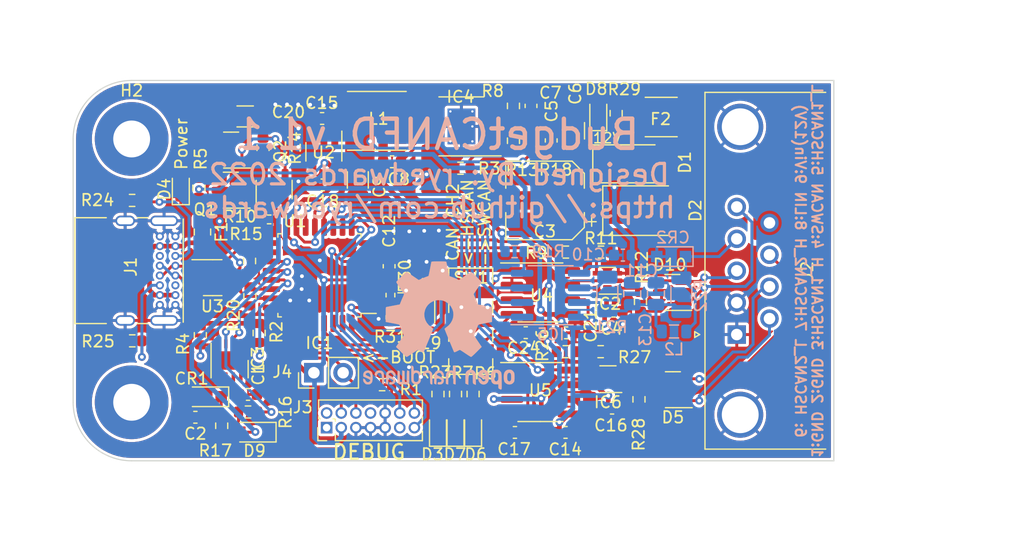
<source format=kicad_pcb>
(kicad_pcb (version 20211014) (generator pcbnew)
  (layers (0 "F.Cu" signal) (31 "B.Cu" signal) (34 "B.Paste" user) (35 "F.Paste" user) (36 "B.SilkS" user "B.Silkscreen") (37 "F.SilkS" user "F.Silkscreen") (38 "B.Mask" user) (39 "F.Mask" user) (44 "Edge.Cuts" user))
  (net 0 "")
  (net 1 "+3V3")
  (net 2 "GND")
  (net 3 "+12V")
  (net 4 "+5V")
  (net 5 "BUCK_5V")
  (net 6 "V_IN")
  (net 7 "Net-(D4-Pad2)")
  (net 8 "Net-(D6-Pad2)")
  (net 9 "Net-(D7-Pad2)")
  (net 10 "HSCAN2_L")
  (net 11 "USB_5V")
  (net 12 "Net-(F1-Pad2)")
  (net 13 "NRST")
  (net 14 "SYS_T_VCP_TX")
  (net 15 "SYS_T_VCP_RX")
  (net 16 "LED_2")
  (net 17 "LED_1")
  (net 18 "USB_N")
  (net 19 "USB_P")
  (net 20 "SWDIO")
  (net 21 "LIN1_TX")
  (net 22 "LIN1_RX")
  (net 23 "LIN1_NSLP")
  (net 24 "FDCAN1_RX")
  (net 25 "FDCAN1_TX")
  (net 26 "Net-(IC2-Pad1)")
  (net 27 "Net-(IC2-Pad4)")
  (net 28 "Net-(IC4-Pad1)")
  (net 29 "Net-(J1-PadA5)")
  (net 30 "USB_IN_P")
  (net 31 "USB_IN_N")
  (net 34 "Net-(J1-PadB5)")
  (net 39 "Net-(Q1-Pad1)")
  (net 40 "Net-(Q2-Pad1)")
  (net 41 "Net-(R15-Pad2)")
  (net 42 "Net-(R20-Pad1)")
  (net 44 "LIN_1")
  (net 45 "Net-(D9-Pad1)")
  (net 49 "Net-(IC3-Pad3)")
  (net 51 "HSCAN2_H")
  (net 54 "SWCLK_BOOT0")
  (net 55 "Net-(C7-Pad1)")
  (net 56 "Net-(C8-Pad1)")
  (net 57 "Net-(C8-Pad2)")
  (net 58 "Net-(C11-Pad1)")
  (net 59 "Net-(IC4-Pad2)")
  (net 60 "Net-(IC5-Pad6)")
  (net 61 "HSCAN1_L")
  (net 64 "SWCAN")
  (net 65 "SWCAN_M0")
  (net 66 "SWCAN_M1")
  (net 67 "SWCAN_RX")
  (net 68 "SWCAN_TX")
  (net 69 "Net-(D3-Pad2)")
  (net 70 "LED_3")
  (net 71 "HSCAN1_H")
  (net 72 "Net-(IC6-Pad1)")
  (net 73 "Net-(IC6-Pad4)")
  (net 74 "HSCAN2_RX")
  (net 75 "FDCAN2_RX")
  (net 76 "HSCAN2_TX")
  (net 77 "FDCAN2_TX")
  (net 78 "Net-(D8-Pad2)")
  (net 79 "Net-(D1-Pad2)")
  (net 80 "FDCAN1_SLEEP_EN")
  (net 81 "FDCAN1_TERM_EN")
  (net 82 "FDCAN2_SLEEP_EN")
  (net 83 "FDCAN2_TERM_EN")
  (net 84 "Net-(IC4-Pad4)")
  (net 85 "STM32_OSC_EN")
  (net 86 "Net-(R30-Pad1)")
  (net 87 "STM32_OSC_IN")
  (net 88 "Net-(R31-Pad2)")
  (footprint "LED_SMD:LED_0603_1608Metric" (layer "F.Cu") (at 144.7038 110.91575 90)
    (fp_text reference "D3")
    (fp_text value "LED_RED")
  )
  (footprint "Connector_USB:USB_C_Receptacle_GCT_USB4085" (layer "F.Cu") (at 121.906411 94.18 -90)
    (fp_text reference "J1")
    (fp_text value "USB_C_Receptacle_USB2.0")
  )
  (footprint "Capacitor_SMD:C_0603_1608Metric" (layer "F.Cu") (at 123.6418 109.8858 180)
    (fp_text reference "C2")
    (fp_text value "220pF")
  )
  (footprint "Resistor_SMD:R_0603_1608Metric" (layer "F.Cu") (at 128.3462 96.3168 90)
    (fp_text reference "R15")
    (fp_text value "0R")
  )
  (footprint "Capacitor_SMD:C_0603_1608Metric" (layer "F.Cu") (at 154.5336 85.852 90)
    (fp_text reference "C5")
    (fp_text value "0.1uF")
  )
  (footprint "Resistor_SMD:R_0603_1608Metric" (layer "F.Cu") (at 155.8059 95.5446)
    (fp_text reference "R9")
    (fp_text value "1k")
  )
  (footprint "Resistor_SMD:R_0603_1608Metric" (layer "F.Cu") (at 146.6596 88.265 180)
    (fp_text reference "R3")
    (fp_text value "10k")
  )
  (footprint "Capacitor_SMD:C_0603_1608Metric" (layer "F.Cu") (at 140.716 87.7062)
    (fp_text reference "C8")
    (fp_text value "0.1uF")
  )
  (footprint "Capacitor_SMD:C_0603_1608Metric" (layer "F.Cu") (at 151.384 111.2012)
    (fp_text reference "C17")
    (fp_text value "0.1uF")
  )
  (footprint "Diode_SMD:D_SMA" (layer "F.Cu") (at 161.544 87.884)
    (fp_text reference "D1")
    (fp_text value "S1G 400V 1A")
  )
  (footprint "LED_SMD:LED_0603_1608Metric" (layer "F.Cu") (at 146.2278 110.91575 90)
    (fp_text reference "D7")
    (fp_text value "LED_GRN")
  )
  (footprint "Package_SO:SOIC-8_3.9x4.9mm_P1.27mm" (layer "F.Cu") (at 153.5961 107.696)
    (fp_text reference "U5")
    (fp_text value "TJA1051T-3")
  )
  (footprint "Capacitor_SMD:C_1206_3216Metric" (layer "F.Cu") (at 137.7442 89.281 -90)
    (fp_text reference "C9")
    (fp_text value "22uF")
  )
  (footprint "Capacitor_SMD:C_0603_1608Metric" (layer "F.Cu") (at 155.8313 102.555)
    (fp_text reference "C21")
    (fp_text value "0.1uF")
  )
  (footprint "Resistor_SMD:R_0603_1608Metric" (layer "F.Cu") (at 146.2278 107.86775 90)
    (fp_text reference "R7")
    (fp_text value "1k")
  )
  (footprint "Resistor_SMD:R_0603_1608Metric" (layer "F.Cu") (at 155.8036 104.1908)
    (fp_text reference "R26")
    (fp_text value "1k")
  )
  (footprint "Resistor_SMD:R_0603_1608Metric" (layer "F.Cu") (at 128.3716 99.3902 90)
    (fp_text reference "R20")
    (fp_text value "0R")
  )
  (footprint "LED_SMD:LED_0603_1608Metric" (layer "F.Cu") (at 122.3772 89.9414 90)
    (fp_text reference "D4")
    (fp_text value "LED_RED")
  )
  (footprint "Inductor_SMD:L_Taiyo-Yuden_NR-50xx" (layer "F.Cu") (at 139.3952 84.1502 180)
    (fp_text reference "L1")
    (fp_text value "3.3uH")
  )
  (footprint "Capacitor_SMD:C_1206_3216Metric" (layer "F.Cu") (at 127.9652 83.7692)
    (fp_text reference "C20")
    (fp_text value "22uF")
  )
  (footprint "MountingHole:MountingHole_3.2mm_M3_Pad_TopBottom" (layer "F.Cu") (at 118.11 85.725)
    (fp_text reference "H2")
    (fp_text value "MountingHole_Pad")
  )
  (footprint "Package_SO:HSOP-8-1EP_3.9x4.9mm_P1.27mm_EP2.41x3.1mm_ThermalVias" (layer "F.Cu") (at 146.7358 84.6328 180)
    (fp_text reference "IC4")
    (fp_text value "TPS56428DDA")
  )
  (footprint "Resistor_SMD:R_0603_1608Metric" (layer "F.Cu") (at 152.781 85.8774 90)
    (fp_text reference "R18")
    (fp_text value "365k")
  )
  (footprint "Package_TO_SOT_SMD:TSOT-23-6" (layer "F.Cu") (at 130.4798 90.1192 90)
    (fp_text reference "U1")
    (fp_text value "LTC4412xS6")
  )
  (footprint "Resistor_SMD:R_0603_1608Metric" (layer "F.Cu") (at 151.257 82.8548 -90)
    (fp_text reference "R8")
    (fp_text value "100k")
  )
  (footprint "Diode_SMD:D_SOD-323_HandSoldering" (layer "F.Cu") (at 124.6324 108.1078 180)
    (fp_text reference "CR1")
    (fp_text value "PESD1LIN")
  )
  (footprint "Resistor_SMD:R_0603_1608Metric" (layer "F.Cu") (at 128.2138 109.4286 180)
    (fp_text reference "R16")
    (fp_text value "33k")
  )
  (footprint "Resistor_SMD:R_0603_1608Metric" (layer "F.Cu") (at 162.1536 108.331 -90)
    (fp_text reference "R28")
    (fp_text value "120R")
  )
  (footprint "Resistor_SMD:R_0603_1608Metric" (layer "F.Cu") (at 158.8262 104.1908)
    (fp_text reference "R27")
    (fp_text value "10k")
  )
  (footprint "Capacitor_SMD:C_0603_1608Metric" (layer "F.Cu") (at 152.3238 102.5398)
    (fp_text reference "C24")
    (fp_text value "0.1uF")
  )
  (footprint "Capacitor_SMD:CP_Elec_6.3x7.7" (layer "F.Cu") (at 154.0002 91.059 180)
    (fp_text reference "C3")
    (fp_text value "100uF")
  )
  (footprint "Resistor_SMD:R_0603_1608Metric" (layer "F.Cu") (at 147.7518 107.86775 90)
    (fp_text reference "R6")
    (fp_text value "1k")
  )
  (footprint "Capacitor_SMD:C_0603_1608Metric" (layer "F.Cu") (at 152.781 82.8548 90)
    (fp_text reference "C7")
    (fp_text value "0.47uF")
  )
  (footprint "Diode_SMD:D_SOD-323_HandSoldering" (layer "F.Cu") (at 128.7472 111.1812 180)
    (fp_text reference "D9")
    (fp_text value "‎1N4448WX-TP‎")
  )
  (footprint "LED_SMD:LED_0603_1608Metric" (layer "F.Cu") (at 147.7518 110.91575 90)
    (fp_text reference "D6")
    (fp_text value "LED_BLUE")
  )
  (footprint "MountingHole:MountingHole_3.2mm_M3_Pad_TopBottom" (layer "F.Cu") (at 118.11 108.585)
    (fp_text reference "H1")
    (fp_text value "MountingHole_Pad")
  )
  (footprint "Package_TO_SOT_SMD:SOT-23" (layer "F.Cu") (at 165.1 107.4928 180)
    (fp_text reference "D5")
    (fp_text value "PESD2CAN_215")
  )
  (footprint "Resistor_SMD:R_0603_1608Metric" (layer "F.Cu") (at 151.257 85.8774 -90)
    (fp_text reference "R13")
    (fp_text value "49.9k")
  )
  (footprint "Package_SON:HVSON-8-1EP_3x3mm_P0.65mm_EP1.6x2.4mm" (layer "F.Cu") (at 126.61359 104.95821 -90)
    (fp_text reference "IC3")
    (fp_text value "TJA1021TK_20_C,118")
  )
  (footprint "Resistor_SMD:R_0402_1005Metric" (layer "F.Cu") (at 130.046 92.71)
    (fp_text reference "R10")
    (fp_text value "DNP")
  )
  (footprint "Package_TO_SOT_SMD:SOT-23" (layer "F.Cu") (at 126.746 86.6902 180)
    (fp_text reference "Q2")
    (fp_text value "AO3401A")
  )
  (footprint "Fuse:Fuse_0805_2012Metric" (layer "F.Cu") (at 124.2568 93.8022 -90)
    (fp_text reference "F1")
    (fp_text value "Polyfuse")
  )
  (footprint "Resistor_SMD:R_0603_1608Metric" (layer "F.Cu") (at 123.952 89.9668 -90)
    (fp_text reference "R5")
    (fp_text value "1k")
  )
  (footprint "Capacitor_SMD:C_0603_1608Metric" (layer "F.Cu") (at 134.6454 83.947)
    (fp_text reference "C15")
    (fp_text value "1uF")
  )
  (footprint "Resistor_SMD:R_0603_1608Metric" (layer "F.Cu") (at 144.7038 107.86775 90)
    (fp_text reference "R23")
    (fp_text value "1k")
  )
  (footprint "Resistor_SMD:R_0603_1608Metric" (layer "F.Cu") (at 158.8539 95.5446)
    (fp_text reference "R11")
    (fp_text value "10k")
  )
  (footprint "Capacitor_SMD:C_1206_3216Metric" (layer "F.Cu") (at 156.5148 85.0138 90)
    (fp_text reference "C6")
    (fp_text value "10uF")
  )
  (footprint "Resistor_SMD:R_0603_1608Metric" (layer "F.Cu") (at 129.179 102.5706 90)
    (fp_text reference "R2")
    (fp_text value "4.7k")
  )
  (footprint "Resistor_SMD:R_0603_1608Metric" (layer "F.Cu") (at 118.1486 91.059)
    (fp_text reference "R24")
    (fp_text value "5.1k")
  )
  (footprint "Connector_PinHeader_1.27mm:PinHeader_2x07_P1.27mm_Vertical" (layer "F.Cu") (at 135.0368 110.7848 90)
    (fp_text reference "J3")
    (fp_text value "20021511-00014T4LF")
  )
  (footprint "Package_QFP:LQFP-32_7x7mm_P0.8mm" (layer "F.Cu") (at 134.4168 97.5614 180)
    (fp_text reference "IC1")
    (fp_text value "STM32G0B1KET6")
  )
  (footprint "Resistor_SMD:R_0603_1608Metric" (layer "F.Cu") (at 118.1608 103.251)
    (fp_text reference "R25")
    (fp_text value "5.1k")
  )
  (footprint "Capacitor_SMD:C_0603_1608Metric" (layer "F.Cu") (at 128.2138 107.9046)
    (fp_text reference "C1")
    (fp_text value "0.1uF")
  )
  (footprint "Resistor_SMD:R_0402_1005Metric" (layer "F.Cu") (at 140.5772 101.2112 -90)
    (fp_text reference "R31")
    (fp_text value "0R")
  )
  (footprint "Capacitor_SMD:C_0603_1608Metric" (layer "F.Cu") (at 134.6962 89.7128 180)
    (fp_text reference "C18")
    (fp_text value "2.2uF")
  )
  (footprint "Package_TO_SOT_SMD:SOT-23" (layer "F.Cu") (at 126.7206 90.17 180)
    (fp_text reference "Q1")
    (fp_text value "AO3401A")
  )
  (footprint "Connector_PinHeader_2.54mm:PinHeader_1x02_P2.54mm_Vertical" (layer "F.Cu") (at 133.9292 106.0196 90)
    (fp_text reference "J4")
    (fp_text value "Conn_01x02")
  )
  (footprint "Package_TO_SOT_SMD:SOT-353_SC-70-5" (layer "F.Cu") (at 159.4127 98.0338 180)
    (fp_text reference "IC2")
    (fp_text value "M74VHC1GT66DTT1G")
  )
  (footprint "Capacitor_SMD:C_0603_1608Metric" (layer "F.Cu") (at 159.9461 100.6754)
    (fp_text reference "C4")
    (fp_text value "0.1uF")
  )
  (footprint "Button_Switch_SMD:SW_DPDT_CK_JS202011JCQN" (layer "F.Cu") (at 147.5486 101.5492 90)
    (fp_text reference "SW1")
    (fp_text value "SW_DPDT_x2")
  )
  (footprint "Package_TO_SOT_SMD:SOT-23-6" (layer "F.Cu") (at 125.1458 97.7646)
    (fp_text reference "U3")
    (fp_text value "USBLC6-2SC6")
  )
  (footprint "Capacitor_SMD:C_0402_1005Metric" (layer "F.Cu") (at 143.637 102.3112)
    (fp_text reference "C19")
    (fp_text value "0.1uF")
  )
  (footprint "Package_TO_SOT_SMD:SOT-353_SC-70-5" (layer "F.Cu") (at 159.4612 106.5784 180)
    (fp_text reference "IC6")
    (fp_text value "M74VHC1GT66DTT1G")
  )
  (footprint "Capacitor_SMD:C_0603_1608Metric" (layer "F.Cu") (at 159.8168 109.093)
    (fp_text reference "C16")
    (fp_text value "0.1uF")
  )
  (footprint "Capacitor_SMD:C_0603_1608Metric" (layer "F.Cu") (at 155.7782 111.2012)
    (fp_text reference "C14")
    (fp_text value "0.1uF")
  )
  (footprint "Resistor_SMD:R_0603_1608Metric" (layer "F.Cu") (at 162.2829 99.8626 -90)
    (fp_text reference "R12")
    (fp_text value "120R")
  )
  (footprint "LED_SMD:LED_0603_1608Metric" (layer "F.Cu") (at 158.623 83.5152 90)
    (fp_text reference "D8")
    (fp_text value "LED_RED")
  )
  (footprint "Resistor_SMD:R_0603_1608Metric" (layer "F.Cu") (at 139.8524 107.061)
    (fp_text reference "R1")
    (fp_text value "100k")
  )
  (footprint "Package_TO_SOT_SMD:SOT-23-5" (layer "F.Cu") (at 134.7978 86.8426 -90)
    (fp_text reference "U2")
    (fp_text value "AP2112K-3.3")
  )
  (footprint "Capacitor_SMD:C_0603_1608Metric" (layer "F.Cu") (at 140.462 96.774 90)
    (fp_text reference "C12")
    (fp_text value "0.1uF")
  )
  (footprint "Package_SO:SOIC-8_3.9x4.9mm_P1.27mm" (layer "F.Cu") (at 153.5961 99.0498)
    (fp_text reference "U4")
    (fp_text value "TJA1051T-3")
  )
  (footprint "Diode_SMD:D_SMB" (layer "F.Cu") (at 162.56 91.948)
    (fp_text reference "D2")
    (fp_text value "SMBJ36CA-13-F")
  )
  (footprint "Resistor_SMD:R_0603_1608Metric" (layer "F.Cu") (at 160.1724 83.4898 -90)
    (fp_text reference "R29")
    (fp_text value "1k")
  )
  (footprint "Connector_Dsub:DSUB-9_Male_Horizontal_P2.77x2.84mm_EdgePinOffset4.94mm_Housed_MountingHolesOffset7.48mm" (layer "F.Cu") (at 170.643669 102.705 90)
    (fp_text reference "J2")
    (fp_text value "DB9_Male_MountingHoles")
  )
  (footprint "Resistor_SMD:R_0603_1608Metric" (layer "F.Cu") (at 129.5146 86.487 -90)
    (fp_text reference "R14")
    (fp_text value "470k")
  )
  (footprint "Fuse:Fuse_1812_4532Metric" (layer "F.Cu") (at 164.084 83.82 180)
    (fp_text reference "F2")
    (fp_text value "Polyfuse")
  )
  (footprint "Oscillator:Oscillator_SMD_SeikoEpson_SG210-4Pin_2.5x2.0mm" (layer "F.Cu") (at 142.8242 100.3808 180)
    (fp_text reference "X1")
    (fp_text value "SG-210STF")
  )
  (footprint "Resistor_SMD:R_0402_1005Metric" (layer "F.Cu") (at 140.5772 99.2808 -90)
    (fp_text reference "R30")
    (fp_text value "0R")
  )
  (footprint "Resistor_SMD:R_0603_1608Metric" (layer "F.Cu") (at 124.0736 102.7738 90)
    (fp_text reference "R4")
    (fp_text value "DNP")
  )
  (footprint "Resistor_SMD:R_0603_1608Metric" (layer "F.Cu") (at 125.9278 110.6224 -90)
    (fp_text reference "R17")
    (fp_text value "1k")
  )
  (footprint "Package_TO_SOT_SMD:SOT-23" (layer "F.Cu") (at 165.0515 99.0498 180)
    (fp_text reference "D10")
    (fp_text value "PESD2CAN_215")
  )
  (footprint "Capacitor_SMD:C_0805_2012Metric" (layer "B.Cu") (at 161.5694 99.1616 90)
    (fp_text reference "C11")
    (fp_text value "100pF")
  )
  (footprint "Inductor_SMD:L_0805_2012Metric" (layer "B.Cu") (at 165.1973 102.4382)
    (fp_text reference "L2")
    (fp_text value "47uH")
  )
  (footprint "Capacitor_SMD:C_0805_2012Metric" (layer "B.Cu") (at 163.6268 99.1616 -90)
    (fp_text reference "C13")
    (fp_text value "100pF")
  )
  (footprint "Capacitor_SMD:C_0603_1608Metric" (layer "B.Cu") (at 160.7566 95.8088)
    (fp_text reference "C10")
    (fp_text value "0.1uF")
  )
  (footprint "Symbol:OSHW-Logo2_14.6x12mm_SilkScreen" (layer "B.Cu") (at 144.78 101.9048 180)
    (fp_text reference "REF**" hide)
    (fp_text value "OSHW-Logo2_14.6x12mm_SilkScreen" hide)
  )
  (footprint "Diode_SMD:D_SOD-323_HandSoldering" (layer "B.Cu") (at 164.9476 95.9358 180)
    (fp_text reference "CR2")
    (fp_text value "PESD1LIN")
  )
  (footprint "Resistor_SMD:R_1206_3216Metric" (layer "B.Cu") (at 165.8366 99.2432 -90)
    (fp_text reference "R22")
    (fp_text value "1k")
  )
  (footprint "Resistor_SMD:R_1206_3216Metric" (layer "B.Cu") (at 159.4104 99.187 90)
    (fp_text reference "R21")
    (fp_text value "6.49k")
  )
  (footprint "Resistor_SMD:R_0603_1608Metric" (layer "B.Cu") (at 151.3586 95.504 180)
    (fp_text reference "R19")
    (fp_text value "4.7k")
  )
  (footprint "Package_SO:SOIC-8_3.9x4.9mm_P1.27mm" (layer "B.Cu") (at 154.4828 99.2886)
    (fp_text reference "IC5")
    (fp_text value "NCV7356D1R2G")
  )
  (gr_arc (start 113.03 85.725) (mid 114.517898 82.132898) (end 118.11 80.645) (layer "Edge.Cuts") (width 0.1))
  (gr_line (start 118.11 80.645) (end 179.07 80.645) (layer "Edge.Cuts") (width 0.1))
  (gr_line (start 179.07 80.645) (end 179.07 113.665) (layer "Edge.Cuts") (width 0.1))
  (gr_arc (start 118.11 113.665) (mid 114.517898 112.177102) (end 113.03 108.585) (layer "Edge.Cuts") (width 0.1))
  (gr_line (start 113.03 108.585) (end 113.03 85.725) (layer "Edge.Cuts") (width 0.1))
  (gr_line (start 179.07 113.665) (end 118.11 113.665) (layer "Edge.Cuts") (width 0.1))
  (gr_text "Designed By: ryedwards 2022\nhttps://github.com/ryedwards" (at 144.8054 90.2462) (layer "B.SilkS") (effects (font (size 1.778 1.778) (thickness 0.2794)) (justify mirror)))
  (gr_text "1:GND 2:GND 3:HSCAN1_H 4:SWCAN 5:HSCAN1_L\n6: HSCAN2_L 7:HSCAN2_H 8:LIN 9:Vin(12V)" (at 176.8856 97.1804 -90) (layer "B.SilkS") (effects (font (size 0.889 0.889) (thickness 0.1778)) (justify mirror)))
  (gr_text "BudgetCANFD v1.1" (at 144.6276 85.344) (layer "B.SilkS") (effects (font (size 2.54 2.54) (thickness 0.381)) (justify mirror)))
  (gr_text "->SWCAN" (at 148.7424 92.9894 90) (layer "F.SilkS") (effects (font (size 1.016 1.016) (thickness 0.1524))))
  (gr_text "DEBUG" (at 138.7094 112.903) (layer "F.SilkS") (effects (font (size 1.27 1.27) (thickness 0.2032))))
  (gr_text "Power" (at 122.428 86.1568 90) (layer "F.SilkS") (effects (font (size 1.016 1.016) (thickness 0.1524))))
  (gr_text "CAN CH2" (at 145.9992 92.9386 90) (layer "F.SilkS") (effects (font (size 1.016 1.016) (thickness 0.1524))))
  (gr_text "12V" (at 159.385 85.6488) (layer "F.SilkS") (effects (font (size 0.889 0.889) (thickness 0.127))))
  (gr_text "<-HSCAN" (at 147.2692 92.964 90) (layer "F.SilkS") (effects (font (size 1.016 1.016) (thickness 0.1524))))
  (gr_text "<-BOOT" (at 141.2494 104.6734) (layer "F.SilkS") (effects (font (size 1.016 1.016) (thickness 0.1524))))
  (segment (start 142.9004 92.5068) (end 140.1064 89.7128) (width 0.4064) (layer "F.Cu") (net 1))
  (segment (start 154.8536 100.9548) (end 154.0318 100.9548) (width 0.4064) (layer "F.Cu") (net 1))
  (segment (start 155.2448 110.9596) (end 155.0032 111.2012) (width 0.4064) (layer "F.Cu") (net 1))
  (segment (start 134.8486 87.802289) (end 135.122489 87.802289) (width 0.4064) (layer "F.Cu") (net 1))
  (segment (start 155.2448 110.3122) (end 155.3599 110.3122) (width 0.4064) (layer "F.Cu") (net 1))
  (segment (start 159.4866 108.0008) (end 159.2836 108.0008) (width 0.4064) (layer "F.Cu") (net 1))
  (segment (start 140.462 97.549) (end 143.142 97.549) (width 0.254) (layer "F.Cu") (net 1))
  (segment (start 133.096 90.9828) (end 132.461 91.6178) (width 0.4064) (layer "F.Cu") (net 1))
  (segment (start 124.0736 101.9488) (end 124.293811 101.728589) (width 0.4064) (layer "F.Cu") (net 1))
  (segment (start 155.4226 102.1887) (end 155.0563 102.555) (width 0.4064) (layer "F.Cu") (net 1))
  (segment (start 159.3367 99.5578) (end 159.3367 100.5098) (width 0.4064) (layer "F.Cu") (net 1))
  (segment (start 129.161989 101.728589) (end 129.179 101.7456) (width 0.4064) (layer "F.Cu") (net 1))
  (segment (start 159.3367 100.5098) (end 159.1711 100.6754) (width 0.4064) (layer "F.Cu") (net 1))
  (segment (start 134.80256 97.9614) (end 137.1156 97.9614) (width 0.254) (layer "F.Cu") (net 1))
  (segment (start 159.2836 108.0008) (end 158.5112 107.2284) (width 0.4064) (layer "F.Cu") (net 1))
  (segment (start 158.4627 98.6838) (end 159.3367 99.5578) (width 0.4064) (layer "F.Cu") (net 1))
  (segment (start 159.131 101.7778) (end 159.1711 101.7377) (width 0.4064) (layer "F.Cu") (net 1))
  (segment (start 143.15048 102.31772) (end 143.157 102.3112) (width 0.254) (layer "F.Cu") (net 1))
  (segment (start 132.461 91.6178) (end 132.461 91.6686) (width 0.4064) (layer "F.Cu") (net 1))
  (segment (start 129.179 101.9248) (end 133.2738 106.0196) (width 0.4064) (layer "F.Cu") (net 1))
  (segment (start 154.8536 100.9548) (end 155.4226 101.5238) (width 0.4064) (layer "F.Cu") (net 1))
  (segment (start 135.7478 89.5756) (end 134.3406 90.9828) (width 0.4064) (layer "F.Cu") (net 1))
  (segment (start 140.1064 89.7128) (end 135.4712 89.7128) (width 0.4064) (layer "F.Cu") (net 1))
  (segment (start 138.5918 97.9614) (end 140.0496 97.9614) (width 0.254) (layer "F.Cu") (net 1))
  (segment (start 155.2448 110.3122) (end 155.2448 110.9596) (width 0.4064) (layer "F.Cu") (net 1))
  (segment (start 124.293811 101.728589) (end 129.161989 101.728589) (width 0.4064) (layer "F.Cu") (net 1))
  (segment (start 140.0496 97.9614) (end 140.462 97.549) (width 0.254) (layer "F.Cu") (net 1))
  (segment (start 159.1711 101.7377) (end 159.1711 100.6754) (width 0.4064) (layer "F.Cu") (net 1))
  (segment (start 155.3599 110.3122) (end 156.0711 109.601) (width 0.4064) (layer "F.Cu") (net 1))
  (segment (start 129.179 101.7456) (end 129.179 101.9248) (width 0.4064) (layer "F.Cu") (net 1))
  (segment (start 123.952 90.0842) (end 123.952 90.7918) (width 0.254) (layer "F.Cu") (net 1))
  (segment (start 159.4866 108.6482) (end 159.0418 109.093) (width 0.4064) (layer "F.Cu") (net 1))
  (segment (start 134.79616 97.9678) (end 134.80256 97.9614) (width 0.254) (layer "F.Cu") (net 1))
  (segment (start 155.4226 101.5238) (end 155.4226 102.1887) (width 0.4064) (layer "F.Cu") (net 1))
  (segment (start 135.122489 87.802289) (end 135.7478 88.4276) (width 0.4064) (layer "F.Cu") (net 1))
  (segment (start 150.2664 93.9038) (end 148.8694 92.5068) (width 0.4064) (layer "F.Cu") (net 1))
  (segment (start 134.3406 90.9828) (end 133.096 90.9828) (width 0.4064) (layer "F.Cu") (net 1))
  (segment (start 143.157 101.548) (end 143.6742 101.0308) (width 0.254) (layer "F.Cu") (net 1))
  (segment (start 137.1156 97.9614) (end 138.5918 97.9614) (width 0.254) (layer "F.Cu") (net 1))
  (segment (start 144.511 101.0308) (end 143.6742 101.0308) (width 0.254) (layer "F.Cu") (net 1))
  (segment (start 143.142 97.549) (end 144.7038 99.1108) (width 0.254) (layer "F.Cu") (net 1))
  (segment (start 133.2738 106.0196) (end 133.9292 106.0196) (width 0.4064) (layer "F.Cu") (net 1))
  (segment (start 154.0318 100.9548) (end 153.6356 100.5586) (width 0.4064) (layer "F.Cu") (net 1))
  (segment (start 144.7038 100.838) (end 144.511 101.0308) (width 0.254) (layer "F.Cu") (net 1))
  (segment (start 156.0711 100.9548) (end 154.8536 100.9548) (width 0.4064) (layer "F.Cu") (net 1))
  (segment (start 143.157 102.3112) (end 143.157 101.548) (width 0.254) (layer "F.Cu") (net 1))
  (segment (start 135.7478 88.4276) (end 135.7478 89.5756) (width 0.4064) (layer "F.Cu") (net 1))
  (segment (start 159.4866 108.0008) (end 159.4866 108.6482) (width 0.4064) (layer "F.Cu") (net 1))
  (segment (start 148.8694 92.5068) (end 142.9004 92.5068) (width 0.4064) (layer "F.Cu") (net 1))
  (segment (start 144.7038 99.1108) (end 144.7038 100.838) (width 0.254) (layer "F.Cu") (net 1))
  (via (at 123.952 90.0842) (size 0.6858) (drill 0.3302) (layers "F.Cu" "B.Cu") (net 1))
  (via (at 134.79616 97.9678) (size 0.6858) (drill 0.3302) (layers "F.Cu" "B.Cu") (net 1))
  (via (at 150.2664 93.9038) (size 0.8) (drill 0.4) (layers "F.Cu" "B.Cu") (net 1))
  (via (at 132.461 91.6686) (size 0.6858) (drill 0.3302) (layers "F.Cu" "B.Cu") (net 1))
  (via (at 153.6356 100.5586) (size 0.6858) (drill 0.3302) (layers "F.Cu" "B.Cu") (net 1))
  (via (at 155.4226 101.5238) (size 0.6858) (drill 0.3302) (layers "F.Cu" "B.Cu") (net 1))
  (via (at 134.8486 87.802289) (size 0.6858) (drill 0.3302) (layers "F.Cu" "B.Cu") (net 1))
  (via (at 155.2448 110.3122) (size 0.6858) (drill 0.3302) (layers "F.Cu" "B.Cu") (net 1))
  (via (at 159.4866 108.0008) (size 0.6858) (drill 0.3302) (layers "F.Cu" "B.Cu") (net 1))
  (via (at 159.131 101.7778) (size 0.6858) (drill 0.3302) (layers "F.Cu" "B.Cu") (net 1))
  (segment (start 155.2448 110.3122) (end 156.4132 109.1438) (width 0.4064) (layer "B.Cu") (net 1))
  (segment (start 134.7724 105.1764) (end 133.985 105.9638) (width 0.4064) (layer "B.Cu") (net 1))
  (segment (start 151.910774 93.9038) (end 150.2664 93.9038) (width 0.4064) (layer "B.Cu") (net 1))
  (segment (start 156.4132 102.108) (end 158.8008 102.108) (width 0.4064) (layer "B.Cu") (net 1))
  (segment (start 156.4132 109.1438) (end 156.4132 102.108) (width 0.4064) (layer "B.Cu") (net 1))
  (segment (start 158.8008 102.108) (end 159.131 101.7778) (width 0.4064) (layer "B.Cu") (net 1))
  (segment (start 153.543 95.536026) (end 151.910774 93.9038) (width 0.4064) (layer "B.Cu") (net 1))
  (segment (start 155.4226 101.5238) (end 156.0068 102.108) (width 0.4064) (layer "B.Cu") (net 1))
  (segment (start 153.6356 100.5586) (end 153.543 100.466) (width 0.4064) (layer "B.Cu") (net 1))
  (segment (start 156.0068 102.108) (end 156.4132 102.108) (width 0.4064) (layer "B.Cu") (net 1))
  (segment (start 134.79616 97.9678) (end 132.912517 96.084157) (width 0.4064) (layer "B.Cu") (net 1))
  (segment (start 127.2032 88.6714) (end 125.7904 90.0842) (width 0.254) (layer "B.Cu") (net 1))
  (segment (start 150.2664 95.2368) (end 150.5336 95.504) (width 0.4064) (layer "B.Cu") (net 1))
  (segment (start 125.7904 90.0842) (end 123.952 90.0842) (width 0.254) (layer "B.Cu") (net 1))
  (segment (start 132.912517 96.084157) (end 132.343011 96.084157) (width 0.4064) (layer "B.Cu") (net 1))
  (segment (start 131.452993 95.194139) (end 131.452993 92.676607) (width 0.4064) (layer "B.Cu") (net 1))
  (segment (start 135.8138 112.0902) (end 136.3068 111.5972) (width 0.4064) (layer "B.Cu") (net 1))
  (segment (start 156.4386 108.0008) (end 159.4866 108.0008) (width 0.4064) (layer "B.Cu") (net 1))
  (segment (start 134.79616 97.9678) (end 134.7724 97.99156) (width 0.4064) (layer "B.Cu") (net 1))
  (segment (start 136.3068 111.5972) (end 136.3068 110.7848) (width 0.4064) (layer "B.Cu") (net 1))
  (segment (start 134.8486 87.802289) (end 133.979489 88.6714) (width 0.254) (layer "B.Cu") (net 1))
  (segment (start 153.543 100.466) (end 153.543 95.536026) (width 0.4064) (layer "B.Cu") (net 1))
  (segment (start 131.452993 92.676607) (end 132.461 91.6686) (width 0.4064) (layer "B.Cu") (net 1))
  (segment (start 133.985 111.6584) (end 134.4168 112.0902) (width 0.4064) (layer "B.Cu") (net 1))
  (segment (start 132.343011 96.084157) (end 131.452993 95.194139) (width 0.4064) (layer "B.Cu") (net 1))
  (segment (start 133.979489 88.6714) (end 127.2032 88.6714) (width 0.254) (layer "B.Cu") (net 1))
  (segment (start 133.985 105.9638) (end 133.985 111.6584) (width 0.4064) (layer "B.Cu") (net 1))
  (segment (start 134.7724 97.99156) (end 134.7724 105.1764) (width 0.4064) (layer "B.Cu") (net 1))
  (segment (start 134.4168 112.0902) (end 135.8138 112.0902) (width 0.4064) (layer "B.Cu") (net 1))
  (segment (start 150.2664 93.9038) (end 150.2664 95.2368) (width 0.4064) (layer "B.Cu") (net 1))
  (segment (start 141.9352 98.8822) (end 141.9352 99.6918) (width 0.254) (layer "F.Cu") (net 2))
  (segment (start 141.9352 99.6918) (end 141.9742 99.7308) (width 0.254) (layer "F.Cu") (net 2))
  (via (at 142.2146 93.7514) (size 0.6858) (drill 0.3302) (layers "F.Cu" "B.Cu") (net 2))
  (via (at 130.5814 82.7278) (size 0.6858) (drill 0.3302) (layers "F.Cu" "B.Cu") (net 2))
  (via (at 131.8768 99.7458) (size 0.6858) (drill 0.3302) (layers "F.Cu" "B.Cu") (net 2))
  (via (at 132.8928 97.6376) (size 0.6858) (drill 0.3302) (layers "F.Cu" "B.Cu") (net 2))
  (via (at 132.5626 82.7278) (size 0.6858) (drill 0.3302) (layers "F.Cu" "B.Cu") (net 2))
  (via (at 160.7566 101.8032) (size 0.6858) (drill 0.3302) (layers "F.Cu" "B.Cu") (net 2))
  (via (at 134.4422 96.266) (size 0.6858) (drill 0.3302) (layers "F.Cu" "B.Cu") (net 2))
  (via (at 133.5278 99.7458) (size 0.6858) (drill 0.3302) (layers "F.Cu" "B.Cu") (net 2))
  (via (at 132.588 89.408) (size 0.6858) (drill 0.3302) (layers "F.Cu" "B.Cu") (net 2))
  (via (at 132.8674 98.7552) (size 0.6858) (drill 0.3302) (layers "F.Cu" "B.Cu") (net 2))
  (via (at 133.604 82.7532) (size 0.6858) (drill 0.3302) (layers "F.Cu" "B.Cu") (net 2))
  (via (at 131.5974 82.7278) (size 0.6858) (drill 0.3302) (layers "F.Cu" "B.Cu") (net 2))
  (via (at 141.9352 98.8822) (size 0.6858) (drill 0.3302) (layers "F.Cu" "B.Cu") (net 2))
  (via (at 152.6032 103.632) (size 0.6858) (drill 0.3302) (layers "F.Cu" "B.Cu") (net 2))
  (via (at 135.7122 82.8294) (size 0.6858) (drill 0.3302) (layers "F.Cu" "B.Cu") (net 2))
  (via (at 139.5476 101.346) (size 0.6858) (drill 0.3302) (layers "F.Cu" "B.Cu") (net 2))
  (via (at 143.7132 96.393) (size 0.6858) (drill 0.3302) (layers "F.Cu" "B.Cu") (net 2))
  (via (at 145.4658 96.012) (size 0.6858) (drill 0.3302) (layers "F.Cu" "B.Cu") (net 2))
  (via (at 134.7724 82.804) (size 0.6858) (drill 0.3302) (layers "F.Cu" "B.Cu") (net 2))
  (via (at 143.2306 106.3752) (size 0.6858) (drill 0.3302) (layers "F.Cu" "B.Cu") (net 2))
  (via (at 142.1892 105.537) (size 0.6858) (drill 0.3302) (layers "F.Cu" "B.Cu") (net 2))
  (via (at 142.1892 96.3422) (size 0.6858) (drill 0.3302) (layers "F.Cu" "B.Cu") (net 2))
  (via (at 140.843 93.726) (size 0.6858) (drill 0.3302) (layers "F.Cu" "B.Cu") (net 2))
  (via (at 144.78 93.6752) (size 0.6858) (drill 0.3302) (layers "F.Cu" "B.Cu") (net 2))
  (via (at 143.51 93.7006) (size 0.6858) (drill 0.3302) (layers "F.Cu" "B.Cu") (net 2))
  (segment (start 126.9386 106.4082) (end 126.9386 107.4044) (width 0.254) (layer "F.Cu") (net 3))
  (segment (start 127.3888 109.4286) (end 127.3888 111.0728) (width 0.254) (layer "F.Cu") (net 3))
  (segment (start 126.9386 107.4044) (end 127.4388 107.9046) (width 0.254) (layer "F.Cu") (net 3))
  (segment (start 127.3888 111.0728) (end 127.4972 111.1812) (width 0.254) (layer "F.Cu") (net 3))
  (segment (start 127.4972 111.1812) (end 128.8234 111.1812) (width 0.254) (layer "F.Cu") (net 3))
  (segment (start 127.4388 109.3786) (end 127.3888 109.4286) (width 0.254) (layer "F.Cu") (net 3))
  (segment (start 127.4388 107.9046) (end 127.4388 109.3786) (width 0.254) (layer "F.Cu") (net 3))
  (segment (start 128.8234 111.1812) (end 128.8488 111.1558) (width 0.254) (layer "F.Cu") (net 3))
  (segment (start 159.544 84.9432) (end 159.544 87.884) (width 0.254) (layer "F.Cu") (net 3))
  (segment (start 160.1724 84.3148) (end 159.544 84.9432) (width 0.254) (layer "F.Cu") (net 3))
  (via (at 160.02 89.916) (size 0.6858) (drill 0.3302) (layers "F.Cu" "B.Cu") (net 3))
  (via (at 128.8488 111.1558) (size 0.6858) (drill 0.3302) (layers "F.Cu" "B.Cu") (net 3))
  (via (at 143.7132 88.7984) (size 0.6858) (drill 0.3302) (layers "F.Cu" "B.Cu") (net 3))
  (segment (start 130.847073 92.228073) (end 130.847073 96.219898) (width 0.4064) (layer "B.Cu") (net 3))
  (segment (start 160.02 89.916) (end 160.02 92.964) (width 0.4064) (layer "B.Cu") (net 3))
  (segment (start 161.5694 96.8248) (end 161.5694 98.2116) (width 0.4064) (layer "B.Cu") (net 3))
  (segment (start 123.327989 105.634989) (end 128.8488 111.1558) (width 0.4064) (layer "B.Cu") (net 3))
  (segment (start 161.5694 94.5134) (end 161.5694 96.8248) (width 0.4064) (layer "B.Cu") (net 3))
  (segment (start 130.847073 96.219898) (end 123.327989 103.738982) (width 0.4064) (layer "B.Cu") (net 3))
  (segment (start 143.7132 88.7984) (end 142.49732 90.01428) (width 0.4064) (layer "B.Cu") (net 3))
  (segment (start 123.327989 103.738982) (end 123.327989 105.634989) (width 0.4064) (layer "B.Cu") (net 3))
  (segment (start 157.1948 97.3836) (end 157.779 96.7994) (width 0.254) (layer "B.Cu") (net 3))
  (segment (start 161.544 96.7994) (end 161.5694 96.8248) (width 0.254) (layer "B.Cu") (net 3))
  (segment (start 133.060866 90.01428) (end 130.847073 92.228073) (width 0.4064) (layer "B.Cu") (net 3))
  (segment (start 142.49732 90.01428) (end 133.060866 90.01428) (width 0.4064) (layer "B.Cu") (net 3))
  (segment (start 157.779 96.7994) (end 161.544 96.7994) (width 0.254) (layer "B.Cu") (net 3))
  (segment (start 160.02 92.964) (end 161.5694 94.5134) (width 0.4064) (layer "B.Cu") (net 3))
  (segment (start 153.1366 99.6696) (end 151.1363 99.6696) (width 0.4064) (layer "F.Cu") (net 4))
  (segment (start 134.1471 86.8172) (end 135.3312 86.8172) (width 0.4064) (layer "F.Cu") (net 4))
  (segment (start 133.8478 86.5179) (end 134.1471 86.8172) (width 0.4064) (layer "F.Cu") (net 4))
  (segment (start 153.67 108.2548) (end 153.67 109.6902) (width 0.4064) (layer "F.Cu") (net 4))
  (segment (start 154.3304 98.4758) (end 153.1366 99.6696) (width 0.4064) (layer "F.Cu") (net 4))
  (segment (start 153.8608 103.3018) (end 153.0988 102.5398) (width 0.4064) (layer "F.Cu") (net 4))
  (segment (start 135.3312 86.8172) (end 135.7478 86.4006) (width 0.4064) (layer "F.Cu") (net 4))
  (segment (start 135.7478 86.4006) (end 135.7478 85.7051) (width 0.4064) (layer "F.Cu") (net 4))
  (segment (start 133.8478 85.7051) (end 133.8478 86.5179) (width 0.4064) (layer "F.Cu") (net 4))
  (segment (start 151.1363 99.6696) (end 151.1211 99.6848) (width 0.4064) (layer "F.Cu") (net 4))
  (segment (start 153.67 109.6902) (end 152.159 111.2012) (width 0.4064) (layer "F.Cu") (net 4))
  (segment (start 149.5806 108.331) (end 149.5552 108.3056) (width 0.4064) (layer "F.Cu") (net 4))
  (segment (start 154.2288 103.3018) (end 153.8608 103.3018) (width 0.4064) (layer "F.Cu") (net 4))
  (segment (start 151.1211 108.331) (end 149.5806 108.331) (width 0.4064) (layer "F.Cu") (net 4))
  (via (at 132.588 84.8106) (size 0.6858) (drill 0.3302) (layers "F.Cu" "B.Cu") (net 4))
  (via (at 153.67 108.2548) (size 0.6858) (drill 0.3302) (layers "F.Cu" "B.Cu") (net 4))
  (via (at 149.5552 108.3056) (size 0.6858) (drill 0.3302) (layers "F.Cu" "B.Cu") (net 4))
  (via (at 154.3304 98.4758) (size 0.6858) (drill 0.3302) (layers "F.Cu" "B.Cu") (net 4))
  (via (at 132.588 85.598) (size 0.6858) (drill 0.3302) (layers "F.Cu" "B.Cu") (net 4))
  (via (at 154.2288 103.3018) (size 0.6858) (drill 0.3302) (layers "F.Cu" "B.Cu") (net 4))
  (via (at 132.588 86.4108) (size 0.6858) (drill 0.3302) (layers "F.Cu" "B.Cu") (net 4))
  (segment (start 132.588 85.598) (end 132.588 86.4108) (width 0.8128) (layer "B.Cu") (net 4))
  (segment (start 149.5552 108.3056) (end 153.6192 108.3056) (width 0.4064) (layer "B.Cu") (net 4))
  (segment (start 152.273 89.9668) (end 152.273 93.409126) (width 0.4064) (layer "B.Cu") (net 4))
  (segment (start 154.3304 98.4758) (end 154.3812 98.5266) (width 0.4064) (layer "B.Cu") (net 4))
  (segment (start 155.2448 104.3178) (end 155.2448 106.68) (width 0.4064) (layer "B.Cu") (net 4))
  (segment (start 132.588 86.4108) (end 137.452262 86.4108) (width 0.4064) (layer "B.Cu") (net 4))
  (segment (start 155.2448 106.68) (end 153.67 108.2548) (width 0.4064) (layer "B.Cu") (net 4))
  (segment (start 144.277461 87.056209) (end 145.457172 88.23592) (width 0.4064) (layer "B.Cu") (net 4))
  (segment (start 132.588 84.8106) (end 132.588 85.598) (width 0.8128) (layer "B.Cu") (net 4))
  (segment (start 154.3812 95.517326) (end 154.3812 98.425) (width 0.4064) (layer "B.Cu") (net 4))
  (segment (start 150.54212 88.23592) (end 152.273 89.9668) (width 0.4064) (layer "B.Cu") (net 4))
  (segment (start 138.097671 87.056209) (end 144.277461 87.056209) (width 0.4064) (layer "B.Cu") (net 4))
  (segment (start 137.452262 86.4108) (end 138.097671 87.056209) (width 0.4064) (layer "B.Cu") (net 4))
  (segment (start 152.273 93.409126) (end 154.3812 95.517326) (width 0.4064) (layer "B.Cu") (net 4))
  (segment (start 145.457172 88.23592) (end 150.54212 88.23592) (width 0.4064) (layer "B.Cu") (net 4))
  (segment (start 154.2288 103.3018) (end 155.2448 104.3178) (width 0.4064) (layer "B.Cu") (net 4))
  (segment (start 154.3812 103.1494) (end 154.2288 103.3018) (width 0.4064) (layer "B.Cu") (net 4))
  (segment (start 154.3304 98.4758) (end 154.3558 98.4504) (width 0.4064) (layer "B.Cu") (net 4))
  (segment (start 154.3812 98.5266) (end 154.3812 103.1494) (width 0.4064) (layer "B.Cu") (net 4))
  (segment (start 153.6192 108.3056) (end 153.67 108.2548) (width 0.4064) (layer "B.Cu") (net 4))
  (segment (start 154.3812 98.425) (end 154.3304 98.4758) (width 0.4064) (layer "B.Cu") (net 4))
  (segment (start 125.1458 81.7372) (end 124.333 82.55) (width 0.8128) (layer "F.Cu") (net 5))
  (segment (start 124.333 82.55) (end 124.333 85.2147) (width 0.8128) (layer "F.Cu") (net 5))
  (segment (start 124.333 85.2147) (end 125.8085 86.6902) (width 0.8128) (layer "F.Cu") (net 5))
  (segment (start 152.0952 87.6808) (end 152.781 86.995) (width 0.254) (layer "F.Cu") (net 5))
  (segment (start 137.5952 83.0106) (end 136.3218 81.7372) (width 0.8128) (layer "F.Cu") (net 5))
  (segment (start 152.781 86.995) (end 152.781 86.7024) (width 0.254) (layer "F.Cu") (net 5))
  (segment (start 137.5952 84.1502) (end 137.5952 83.0106) (width 0.8128) (layer "F.Cu") (net 5))
  (segment (start 136.3218 81.7372) (end 125.1458 81.7372) (width 0.8128) (layer "F.Cu") (net 5))
  (via (at 152.0952 87.6808) (size 0.6858) (drill 0.3302) (layers "F.Cu" "B.Cu") (net 5))
  (via (at 138.811 85.9282) (size 0.6858) (drill 0.3302) (layers "F.Cu" "B.Cu") (net 5))
  (segment (start 152.0952 87.6808) (end 152.0698 87.7062) (width 0.254) (layer "B.Cu") (net 5))
  (segment (start 152.0698 87.7062) (end 145.67659 87.7062) (width 0.254) (layer "B.Cu") (net 5))
  (segment (start 139.409289 86.526489) (end 138.811 85.9282) (width 0.254) (layer "B.Cu") (net 5))
  (segment (start 145.67659 87.7062) (end 144.496879 86.526489) (width 0.254) (layer "B.Cu") (net 5))
  (segment (start 144.496879 86.526489) (end 139.409289 86.526489) (width 0.254) (layer "B.Cu") (net 5))
  (segment (start 122.4149 89.1794) (end 123.8504 89.1794) (width 0.254) (layer "F.Cu") (net 7))
  (segment (start 147.7518 108.66735) (end 147.7518 110.12825) (width 0.254) (layer "F.Cu") (net 8))
  (segment (start 146.2024 108.69275) (end 146.2024 110.12825) (width 0.254) (layer "F.Cu") (net 9))
  (segment (start 158.304201 110.1852) (end 162.2806 110.1852) (width 0.254) (layer "F.Cu") (net 10))
  (segment (start 156.450001 108.331) (end 158.304201 110.1852) (width 0.254) (layer "F.Cu") (net 10))
  (segment (start 162.1536 109.156) (end 162.1536 110.0582) (width 0.254) (layer "F.Cu") (net 10))
  (segment (start 166.0375 108.4428) (end 167.386 108.4428) (width 0.254) (layer "F.Cu") (net 10))
  (segment (start 162.2806 110.1852) (end 164.2951 110.1852) (width 0.254) (layer "F.Cu") (net 10))
  (segment (start 162.1536 110.0582) (end 162.2806 110.1852) (width 0.254) (layer "F.Cu") (net 10))
  (segment (start 156.0711 108.331) (end 156.450001 108.331) (width 0.254) (layer "F.Cu") (net 10))
  (segment (start 164.2951 110.1852) (end 166.0375 108.4428) (width 0.254) (layer "F.Cu") (net 10))
  (via (at 167.386 108.4428) (size 0.6858) (drill 0.3302) (layers "F.Cu" "B.Cu") (net 10))
  (segment (start 171.573345 104.66972) (end 173.483669 102.759396) (width 0.254) (layer "B.Cu") (net 10))
  (segment (start 173.483669 102.759396) (end 173.483669 101.32) (width 0.254) (layer "B.Cu") (net 10))
  (segment (start 167.386 108.0516) (end 170.76788 104.66972) (width 0.254) (layer "B.Cu") (net 10))
  (segment (start 167.386 108.4428) (end 167.386 108.0516) (width 0.254) (layer "B.Cu") (net 10))
  (segment (start 170.76788 104.66972) (end 171.573345 104.66972) (width 0.254) (layer "B.Cu") (net 10))
  (segment (start 129.3856 92.8624) (end 125.9609 92.8624) (width 0.8128) (layer "F.Cu") (net 11))
  (segment (start 125.7831 92.6892) (end 125.8824 92.7885) (width 0.8128) (layer "F.Cu") (net 11))
  (segment (start 125.8062 92.8647) (end 125.7531 92.8647) (width 0.8128) (layer "F.Cu") (net 11))
  (segment (start 125.7831 90.17) (end 125.7831 92.6892) (width 0.8128) (layer "F.Cu") (net 11))
  (segment (start 125.8847 92.7862) (end 125.8062 92.8647) (width 0.8128) (layer "F.Cu") (net 11))
  (segment (start 129.5298 92.7182) (end 129.3856 92.8624) (width 0.8128) (layer "F.Cu") (net 11))
  (segment (start 125.7531 92.8647) (end 124.2568 92.8647) (width 0.8128) (layer "F.Cu") (net 11))
  (segment (start 125.9609 92.8624) (end 125.8847 92.7862) (width 0.8128) (layer "F.Cu") (net 11))
  (segment (start 126.669701 97.7646) (end 126.2833 97.7646) (width 0.254) (layer "F.Cu") (net 11))
  (segment (start 125.8847 92.7862) (end 125.8824 92.7885) (width 0.8128) (layer "F.Cu") (net 11))
  (segment (start 127.511865 96.453637) (end 127.511865 96.922436) (width 0.254) (layer "F.Cu") (net 11))
  (segment (start 127.511865 96.922436) (end 126.669701 97.7646) (width 0.254) (layer "F.Cu") (net 11))
  (segment (start 129.5298 91.7784) (end 129.5298 92.7182) (width 0.8128) (layer "F.Cu") (net 11))
  (via (at 127.511865 96.453637) (size 0.6858) (drill 0.3302) (layers "F.Cu" "B.Cu") (net 11))
  (via (at 125.7531 92.8647) (size 0.6858) (drill 0.3302) (layers "F.Cu" "B.Cu") (net 11))
  (segment (start 127.511865 96.453637) (end 127.511865 96.447665) (width 0.254) (layer "B.Cu") (net 11))
  (segment (start 125.7531 94.6889) (end 125.7531 92.8647) (width 0.254) (layer "B.Cu") (net 11))
  (segment (start 127.511865 96.447665) (end 125.7531 94.6889) (width 0.254) (layer "B.Cu") (net 11))
  (segment (start 120.5564 95.03) (end 121.9064 95.03) (width 0.4064) (layer "F.Cu") (net 12))
  (segment (start 122.9383 94.7397) (end 124.2568 94.7397) (width 0.4064) (layer "F.Cu") (net 12))
  (segment (start 120.0826 99.28) (end 119.6594 98.8568) (width 0.4064) (layer "F.Cu") (net 12))
  (segment (start 120.5564 99.28) (end 121.9064 99.28) (width 0.4064) (layer "F.Cu") (net 12))
  (segment (start 121.9064 95.03) (end 122.648 95.03) (width 0.4064) (layer "F.Cu") (net 12))
  (segment (start 119.6594 95.4786) (end 120.108 95.03) (width 0.4064) (layer "F.Cu") (net 12))
  (segment (start 120.5564 99.28) (end 120.0826 99.28) (width 0.4064) (layer "F.Cu") (net 12))
  (segment (start 119.6594 98.8568) (end 119.6594 95.4786) (width 0.4064) (layer "F.Cu") (net 12))
  (segment (start 120.108 95.03) (end 120.5564 95.03) (width 0.4064) (layer "F.Cu") (net 12))
  (segment (start 122.648 95.03) (end 122.9383 94.7397) (width 0.4064) (layer "F.Cu") (net 12))
  (segment (start 136.413279 96.3614) (end 138.5918 96.3614) (width 0.254) (layer "F.Cu") (net 13))
  (segment (start 135.500415 95.448536) (end 136.413279 96.3614) (width 0.254) (layer "F.Cu") (net 13))
  (via (at 135.500415 95.448536) (size 0.6858) (drill 0.3302) (layers "F.Cu" "B.Cu") (net 13))
  (segment (start 141.3868 107.946374) (end 141.3868 109.5148) (width 0.254) (layer "B.Cu") (net 13))
  (segment (start 135.46556 102.025134) (end 141.3868 107.946374) (width 0.254) (layer "B.Cu") (net 13))
  (segment (start 135.46556 95.483391) (end 135.46556 102.025134) (width 0.254) (layer "B.Cu") (net 13))
  (segment (start 135.500415 95.448536) (end 135.46556 95.483391) (width 0.254) (layer "B.Cu") (net 13))
  (segment (start 137.982062 93.608262) (end 137.7602 93.3864) (width 0.254) (layer "F.Cu") (net 14))
  (segment (start 137.7602 93.3864) (end 137.2168 93.3864) (width 0.254) (layer "F.Cu") (net 14))
  (via (at 137.982062 93.608262) (size 0.6858) (drill 0.3302) (layers "F.Cu" "B.Cu") (net 14))
  (segment (start 137.982062 93.608262) (end 137.982062 93.913564) (width 0.254) (layer "B.Cu") (net 14))
  (segment (start 137.982062 93.913564) (end 135.91908 95.976546) (width 0.254) (layer "B.Cu") (net 14))
  (segment (start 135.91908 101.83728) (end 142.6568 108.575) (width 0.254) (layer "B.Cu") (net 14))
  (segment (start 142.6568 108.575) (end 142.6568 109.5148) (width 0.254) (layer "B.Cu") (net 14))
  (segment (start 135.91908 95.976546) (end 135.91908 101.83728) (width 0.254) (layer "B.Cu") (net 14))
  (segment (start 138.9126 93.592109) (end 137.630371 92.30988) (width 0.254) (layer "F.Cu") (net 15))
  (segment (start 136.4168 92.68972) (end 136.4168 93.3864) (width 0.254) (layer "F.Cu") (net 15))
  (segment (start 136.79664 92.30988) (end 136.4168 92.68972) (width 0.254) (layer "F.Cu") (net 15))
  (segment (start 138.9126 93.599) (end 138.9126 93.592109) (width 0.254) (layer "F.Cu") (net 15))
  (segment (start 137.630371 92.30988) (end 136.79664 92.30988) (width 0.254) (layer "F.Cu") (net 15))
  (via (at 138.9126 93.599) (size 0.6858) (drill 0.3302) (layers "F.Cu" "B.Cu") (net 15))
  (segment (start 136.3726 101.649426) (end 143.5862 108.863026) (width 0.254) (layer "B.Cu") (net 15))
  (segment (start 143.5862 109.8554) (end 142.6568 110.7848) (width 0.254) (layer "B.Cu") (net 15))
  (segment (start 138.9126 93.6244) (end 136.3726 96.1644) (width 0.254) (layer "B.Cu") (net 15))
  (segment (start 143.5862 108.863026) (end 143.5862 109.8554) (width 0.254) (layer "B.Cu") (net 15))
  (segment (start 138.9126 93.599) (end 138.9126 93.6244) (width 0.254) (layer "B.Cu") (net 15))
  (segment (start 136.3726 96.1644) (end 136.3726 101.649426) (width 0.254) (layer "B.Cu") (net 15))
  (segment (start 134.0168 103.0288) (end 134.37704 103.38904) (width 0.254) (layer "F.Cu") (net 16))
  (segment (start 134.0168 101.7364) (end 134.0168 103.0288) (width 0.254) (layer "F.Cu") (net 16))
  (segment (start 134.37704 103.38904) (end 135.831214 103.38904) (width 0.254) (layer "F.Cu") (net 16))
  (segment (start 135.831214 103.38904) (end 136.498614 104.05644) (width 0.254) (layer "F.Cu") (net 16))
  (segment (start 143.24149 104.05644) (end 146.2278 107.04275) (width 0.254) (layer "F.Cu") (net 16))
  (segment (start 136.498614 104.05644) (end 143.24149 104.05644) (width 0.254) (layer "F.Cu") (net 16))
  (segment (start 135.29512 102.93552) (end 136.019068 102.93552) (width 0.254) (layer "F.Cu") (net 17))
  (segment (start 136.686468 103.60292) (end 143.429344 103.60292) (width 0.254) (layer "F.Cu") (net 17))
  (segment (start 146.93185 106.2228) (end 147.7518 107.04275) (width 0.254) (layer "F.Cu") (net 17))
  (segment (start 136.019068 102.93552) (end 136.686468 103.60292) (width 0.254) (layer "F.Cu") (net 17))
  (segment (start 143.429344 103.60292) (end 146.049224 106.2228) (width 0.254) (layer "F.Cu") (net 17))
  (segment (start 134.8168 101.7364) (end 134.8168 102.4572) (width 0.254) (layer "F.Cu") (net 17))
  (segment (start 134.8168 102.4572) (end 135.29512 102.93552) (width 0.254) (layer "F.Cu") (net 17))
  (segment (start 146.049224 106.2228) (end 146.93185 106.2228) (width 0.254) (layer "F.Cu") (net 17))
  (segment (start 128.3716 98.5652) (end 128.5678 98.7614) (width 0.254) (layer "F.Cu") (net 18))
  (segment (start 128.5678 98.7614) (end 130.2418 98.7614) (width 0.254) (layer "F.Cu") (net 18))
  (segment (start 129.134371 99.5614) (end 130.2418 99.5614) (width 0.254) (layer "F.Cu") (net 19))
  (segment (start 128.963171 99.3902) (end 129.134371 99.5614) (width 0.254) (layer "F.Cu") (net 19))
  (segment (start 127.976989 99.3902) (end 128.963171 99.3902) (width 0.254) (layer "F.Cu") (net 19))
  (segment (start 127.57008 97.90572) (end 127.57008 98.983291) (width 0.254) (layer "F.Cu") (net 19))
  (segment (start 128.3462 97.1418) (end 128.334 97.1418) (width 0.254) (layer "F.Cu") (net 19))
  (segment (start 127.57008 98.983291) (end 127.976989 99.3902) (width 0.254) (layer "F.Cu") (net 19))
  (segment (start 128.334 97.1418) (end 127.57008 97.90572) (width 0.254) (layer "F.Cu") (net 19))
  (segment (start 132.752938 104.7496) (end 134.9675 104.7496) (width 0.254) (layer "F.Cu") (net 20))
  (segment (start 134.9675 104.7496) (end 135.2296 105.0117) (width 0.254) (layer "F.Cu") (net 20))
  (segment (start 135.999711 107.196111) (end 136.3068 107.5032) (width 0.254) (layer "F.Cu") (net 20))
  (segment (start 135.981872 107.196111) (end 135.999711 107.196111) (width 0.254) (layer "F.Cu") (net 20))
  (segment (start 135.2296 105.0117) (end 135.2296 106.443839) (width 0.254) (layer "F.Cu") (net 20))
  (segment (start 130.2418 100.3614) (end 130.2418 102.238462) (width 0.254) (layer "F.Cu") (net 20))
  (segment (start 136.3068 107.5032) (end 136.3068 109.5148) (width 0.254) (layer "F.Cu") (net 20))
  (segment (start 135.2296 106.443839) (end 135.981872 107.196111) (width 0.254) (layer "F.Cu") (net 20))
  (segment (start 130.2418 102.238462) (end 132.752938 104.7496) (width 0.254) (layer "F.Cu") (net 20))
  (segment (start 131.5974 96.393) (end 131.5658 96.3614) (width 0.254) (layer "F.Cu") (net 21))
  (segment (start 131.5658 96.3614) (end 130.2418 96.3614) (width 0.254) (layer "F.Cu") (net 21))
  (segment (start 124.0736 103.5988) (end 125.548 103.5988) (width 0.254) (layer "F.Cu") (net 21))
  (segment (start 125.548 103.5988) (end 125.6386 103.5082) (width 0.254) (layer "F.Cu") (net 21))
  (segment (start 124.0736 103.5988) (end 124.0736 104.5518) (width 0.254) (layer "F.Cu") (net 21))
  (via (at 131.5974 96.393) (size 0.6858) (drill 0.3302) (layers "F.Cu" "B.Cu") (net 21))
  (via (at 124.0736 104.5518) (size 0.6858) (drill 0.3302) (layers "F.Cu" "B.Cu") (net 21))
  (segment (start 131.5974 96.393) (end 131.423109 96.393) (width 0.254) (layer "B.Cu") (net 21))
  (segment (start 124.0736 103.742509) (end 124.0736 104.5518) (width 0.254) (layer "B.Cu") (net 21))
  (segment (start 131.423109 96.393) (end 124.0736 103.742509) (width 0.254) (layer "B.Cu") (net 21))
  (segment (start 131.6482 98.2726) (end 131.337 97.9614) (width 0.254) (layer "F.Cu") (net 22))
  (segment (start 127.5886 103.5082) (end 129.0664 103.5082) (width 0.254) (layer "F.Cu") (net 22))
  (segment (start 129.0664 103.5082) (end 129.179 103.3956) (width 0.254) (layer "F.Cu") (net 22))
  (segment (start 131.337 97.9614) (end 130.2418 97.9614) (width 0.254) (layer "F.Cu") (net 22))
  (segment (start 129.2298 103.4464) (end 129.2298 104.5518) (width 0.254) (layer "F.Cu") (net 22))
  (segment (start 129.179 103.3956) (end 129.2298 103.4464) (width 0.254) (layer "F.Cu") (net 22))
  (via (at 129.2298 104.5518) (size 0.6858) (drill 0.3302) (layers "F.Cu" "B.Cu") (net 22))
  (via (at 131.6482 98.2726) (size 0.6858) (drill 0.3302) (layers "F.Cu" "B.Cu") (net 22))
  (segment (start 129.2298 100.3862) (end 129.2298 104.5518) (width 0.254) (layer "B.Cu") (net 22))
  (segment (start 131.6482 98.2726) (end 131.555555 98.365245) (width 0.254) (layer "B.Cu") (net 22))
  (segment (start 131.250755 98.365245) (end 129.2298 100.3862) (width 0.254) (layer "B.Cu") (net 22))
  (segment (start 131.555555 98.365245) (end 131.250755 98.365245) (width 0.254) (layer "B.Cu") (net 22))
  (segment (start 131.625052 97.277871) (end 131.508581 97.1614) (width 0.254) (layer "F.Cu") (net 23))
  (segment (start 126.9386 103.5082) (end 126.9386 103.033) (width 0.254) (layer "F.Cu") (net 23))
  (segment (start 131.508581 97.1614) (end 130.2418 97.1614) (width 0.254) (layer "F.Cu") (net 23))
  (segment (start 126.9386 103.033) (end 127.4518 102.5198) (width 0.254) (layer "F.Cu") (net 23))
  (via (at 131.625052 97.277871) (size 0.6858) (drill 0.3302) (layers "F.Cu" "B.Cu") (net 23))
  (via (at 127.4518 102.5198) (size 0.6858) (drill 0.3302) (layers "F.Cu" "B.Cu") (net 23))
  (segment (start 131.3434 97.2566) (end 127.4518 101.1482) (width 0.254) (layer "B.Cu") (net 23))
  (segment (start 127.4518 101.1482) (end 127.4518 102.5198) (width 0.254) (layer "B.Cu") (net 23))
  (segment (start 131.625052 97.277871) (end 131.603781 97.2566) (width 0.254) (layer "B.Cu") (net 23))
  (segment (start 131.603781 97.2566) (end 131.3434 97.2566) (width 0.254) (layer "B.Cu") (net 23))
  (segment (start 137.2168 101.7364) (end 137.2168 102.3172) (width 0.254) (layer "F.Cu") (net 24))
  (segment (start 137.2168 102.3172) (end 138.049 103.1494) (width 0.254) (layer "F.Cu") (net 24))
  (segment (start 148.9265 103.1494) (end 151.1211 100.9548) (width 0.254) (layer "F.Cu") (net 24))
  (segment (start 138.049 103.1494) (end 148.9265 103.1494) (width 0.254) (layer "F.Cu") (net 24))
  (segment (start 137.1854 100.3554) (end 138.5858 100.3554) (width 0.254) (layer "F.Cu") (net 25))
  (segment (start 145.1102 97.155) (end 145.1204 97.1448) (width 0.254) (layer "F.Cu") (net 25))
  (segment (start 138.5858 100.3554) (end 138.5918 100.3614) (width 0.254) (layer "F.Cu") (net 25))
  (segment (start 145.1204 97.1448) (end 151.1211 97.1448) (width 0.254) (layer "F.Cu") (net 25))
  (via (at 137.1854 100.3554) (size 0.6858) (drill 0.3302) (layers "F.Cu" "B.Cu") (net 25))
  (via (at 145.1102 97.155) (size 0.6858) (drill 0.3302) (layers "F.Cu" "B.Cu") (net 25))
  (segment (start 144.9832 97.282) (end 144.9832 101.6254) (width 0.254) (layer "B.Cu") (net 25))
  (segment (start 144.9832 101.6254) (end 144.2466 102.362) (width 0.254) (layer "B.Cu") (net 25))
  (segment (start 145.1102 97.155) (end 144.9832 97.282) (width 0.254) (layer "B.Cu") (net 25))
  (segment (start 137.1854 100.5078) (end 137.1854 100.3554) (width 0.254) (layer "B.Cu") (net 25))
  (segment (start 144.2466 102.362) (end 139.0396 102.362) (width 0.254) (layer "B.Cu") (net 25))
  (segment (start 139.0396 102.362) (end 137.1854 100.5078) (width 0.254) (layer "B.Cu") (net 25))
  (segment (start 160.3627 98.6838) (end 161.9291 98.6838) (width 0.254) (layer "F.Cu") (net 26))
  (segment (start 161.9291 98.6838) (end 162.2829 99.0376) (width 0.254) (layer "F.Cu") (net 26))
  (segment (start 158.0289 95.5446) (end 158.4627 95.9784) (width 0.254) (layer "F.Cu") (net 27))
  (segment (start 156.6309 95.5446) (end 158.0289 95.5446) (width 0.254) (layer "F.Cu") (net 27))
  (segment (start 158.4627 95.9784) (end 158.4627 97.3838) (width 0.254) (layer "F.Cu") (net 27))
  (segment (start 148.4884 86.5378) (end 149.4478 86.5378) (width 0.254) (layer "F.Cu") (net 28))
  (segment (start 147.4846 88.265) (end 147.4846 87.5416) (width 0.254) (layer "F.Cu") (net 28))
  (segment (start 147.4846 87.5416) (end 148.4884 86.5378) (width 0.254) (layer "F.Cu") (net 28))
  (segment (start 119.0112 91.186) (end 118.9858 91.1606) (width 0.254) (layer "F.Cu") (net 29))
  (segment (start 120.523 91.186) (end 119.0112 91.186) (width 0.254) (layer "F.Cu") (net 29))
  (via (at 120.523 91.186) (size 0.6858) (drill 0.3302) (layers "F.Cu" "B.Cu") (net 29))
  (segment (start 123.0884 95.548574) (end 123.0884 92.4306) (width 0.254) (layer "B.Cu") (net 29))
  (segment (start 121.9064 95.88) (end 122.756974 95.88) (width 0.254) (layer "B.Cu") (net 29))
  (segment (start 121.8438 91.186) (end 120.523 91.186) (width 0.254) (layer "B.Cu") (net 29))
  (segment (start 122.756974 95.88) (end 123.0884 95.548574) (width 0.254) (layer "B.Cu") (net 29))
  (segment (start 123.0884 92.4306) (end 121.8438 91.186) (width 0.254) (layer "B.Cu") (net 29))
  (segment (start 120.7838 97.58) (end 121.5898 96.774) (width 0.254) (layer "F.Cu") (net 30))
  (segment (start 123.9677 96.774) (end 124.0083 96.8146) (width 0.254) (layer "F.Cu") (net 30))
  (segment (start 120.5564 97.58) (end 120.7838 97.58) (width 0.254) (layer "F.Cu") (net 30))
  (segment (start 121.5898 96.774) (end 123.9677 96.774) (width 0.254) (layer "F.Cu") (net 30))
  (segment (start 121.9064 97.58) (end 122.1672 97.58) (width 0.254) (layer "F.Cu") (net 31))
  (segment (start 122.1672 97.58) (end 123.3018 98.7146) (width 0.254) (layer "F.Cu") (net 31))
  (segment (start 123.3018 98.7146) (end 124.0083 98.7146) (width 0.254) (layer "F.Cu") (net 31))
  (segment (start 120.9362 96.857) (end 121.6592 97.58) (width 0.254) (layer "B.Cu") (net 31))
  (segment (start 120.5564 96.857) (end 120.9362 96.857) (width 0.254) (layer "B.Cu") (net 31))
  (segment (start 121.6592 97.58) (end 121.9064 97.58) (width 0.254) (layer "B.Cu") (net 31))
  (segment (start 118.999 104.648) (end 118.999 103.442) (width 0.254) (layer "F.Cu") (net 34))
  (segment (start 118.999 103.442) (end 118.9858 103.4288) (width 0.254) (layer "F.Cu") (net 34))
  (via (at 118.999 104.648) (size 0.6858) (drill 0.3302) (layers "F.Cu" "B.Cu") (net 34))
  (segment (start 118.999 99.2886) (end 118.999 104.648) (width 0.254) (layer "B.Cu") (net 34))
  (segment (start 119.8576 98.43) (end 118.999 99.2886) (width 0.254) (layer "B.Cu") (net 34))
  (segment (start 120.5564 98.43) (end 119.8576 98.43) (width 0.254) (layer "B.Cu") (net 34))
  (segment (start 130.4798 89.368101) (end 130.4798 88.9817) (width 0.254) (layer "F.Cu") (net 39))
  (segment (start 128.7097 90.0684) (end 129.779501 90.0684) (width 0.254) (layer "F.Cu") (net 39))
  (segment (start 129.779501 90.0684) (end 130.4798 89.368101) (width 0.254) (layer "F.Cu") (net 39))
  (segment (start 127.6581 91.12) (end 128.7097 90.0684) (width 0.254) (layer "F.Cu") (net 39))
  (segment (start 127.6835 86.6671) (end 127.6835 87.6402) (width 0.254) (layer "F.Cu") (net 40))
  (segment (start 131.3942 87.7316) (end 131.4298 87.7672) (width 0.254) (layer "F.Cu") (net 40))
  (segment (start 131.4298 87.7672) (end 131.4298 88.9817) (width 0.254) (layer "F.Cu") (net 40))
  (segment (start 130.5184 85.662) (end 129.5146 85.662) (width 0.254) (layer "F.Cu") (net 40))
  (segment (start 130.5814 85.725) (end 130.5184 85.662) (width 0.254) (layer "F.Cu") (net 40))
  (segment (start 127.6858 86.6648) (end 127.6835 86.6671) (width 0.254) (layer "F.Cu") (net 40))
  (via (at 131.3942 87.7316) (size 0.6858) (drill 0.3302) (layers "F.Cu" "B.Cu") (net 40))
  (via (at 130.5814 85.725) (size 0.6858) (drill 0.3302) (layers "F.Cu" "B.Cu") (net 40))
  (via (at 127.6858 86.6648) (size 0.6858) (drill 0.3302) (layers "F.Cu" "B.Cu") (net 40))
  (segment (start 130.5814 85.725) (end 128.6256 85.725) (width 0.254) (layer "B.Cu") (net 40))
  (segment (start 130.5814 85.725) (end 131.3942 86.5378) (width 0.254) (layer "B.Cu") (net 40))
  (segment (start 128.6256 85.725) (end 127.6858 86.6648) (width 0.254) (layer "B.Cu") (net 40))
  (segment (start 131.3942 86.5378) (end 131.3942 87.7316) (width 0.254) (layer "B.Cu") (net 40))
  (segment (start 126.2833 96.3477) (end 127.1392 95.4918) (width 0.254) (layer "F.Cu") (net 41))
  (segment (start 127.1392 95.4918) (end 128.3462 95.4918) (width 0.254) (layer "F.Cu") (net 41))
  (segment (start 126.2833 96.8146) (end 126.2833 96.3477) (width 0.254) (layer "F.Cu") (net 41))
  (segment (start 126.7836 100.2152) (end 128.3716 100.2152) (width 0.254) (layer "F.Cu") (net 42))
  (segment (start 126.2833 98.7146) (end 126.2833 99.7149) (width 0.254) (layer "F.Cu") (net 42))
  (segment (start 126.2833 99.7149) (end 126.7836 100.2152) (width 0.254) (layer "F.Cu") (net 42))
  (segment (start 126.2886 106.4082) (end 126.2886 107.7016) (width 0.254) (layer "F.Cu") (net 44))
  (segment (start 166.136771 110.63872) (end 174.8028 101.972691) (width 0.254) (layer "F.Cu") (net 44))
  (segment (start 124.4168 109.8858) (end 125.8394 109.8858) (width 0.254) (layer "F.Cu") (net 44))
  (segment (start 124.4092 111.4806) (end 125.55432 112.62572) (width 0.254) (layer "F.Cu") (net 44))
  (segment (start 174.8028 101.972691) (end 174.8028 97.099131) (width 0.254) (layer "F.Cu") (net 44))
  (segment (start 125.55432 112.62572) (end 156.79208 112.62572) (width 0.254) (layer "F.Cu") (net 44))
  (segment (start 125.8824 108.1078) (end 125.8824 109.752) (width 0.254) (layer "F.Cu") (net 44))
  (segment (start 124.4168 109.8858) (end 124.4092 109.8934) (width 0.254) (layer "F.Cu") (net 44))
  (segment (start 125.8394 109.8858) (end 125.9278 109.7974) (width 0.254) (layer "F.Cu") (net 44))
  (segment (start 125.8824 109.752) (end 125.9278 109.7974) (width 0.254) (layer "F.Cu") (net 44))
  (segment (start 124.4092 109.8934) (end 124.4092 111.4806) (width 0.254) (layer "F.Cu") (net 44))
  (segment (start 126.2886 107.7016) (end 125.8824 108.1078) (width 0.254) (layer "F.Cu") (net 44))
  (segment (start 174.8028 97.099131) (end 173.483669 95.78) (width 0.254) (layer "F.Cu") (net 44))
  (segment (start 156.79208 112.62572) (end 158.77908 110.63872) (width 0.254) (layer "F.Cu") (net 44))
  (segment (start 158.77908 110.63872) (end 166.136771 110.63872) (width 0.254) (layer "F.Cu") (net 44))
  (segment (start 126.278 112.141) (end 129.4384 112.141) (width 0.254) (layer "F.Cu") (net 45))
  (segment (start 129.4384 112.141) (end 129.9972 111.5822) (width 0.254) (layer "F.Cu") (net 45))
  (segment (start 125.9278 111.4474) (end 125.9278 111.7908) (width 0.254) (layer "F.Cu") (net 45))
  (segment (start 125.9278 111.7908) (end 126.278 112.141) (width 0.254) (layer "F.Cu") (net 45))
  (segment (start 129.9972 111.5822) (end 129.9972 111.1812) (width 0.254) (layer "F.Cu") (net 45))
  (segment (start 126.2886 103.5082) (end 126.2886 102.4742) (width 0.254) (layer "F.Cu") (net 49))
  (segment (start 129.0388 109.4286) (end 130.2458 109.4286) (width 0.254) (layer "F.Cu") (net 49))
  (via (at 130.2458 109.4286) (size 0.6858) (drill 0.3302) (layers "F.Cu" "B.Cu") (net 49))
  (via (at 126.2886 102.4742) (size 0.6858) (drill 0.3302) (layers "F.Cu" "B.Cu") (net 49))
  (segment (start 130.2458 109.4286) (end 126.2886 105.4714) (width 0.254) (layer "B.Cu") (net 49))
  (segment (start 126.2886 105.4714) (end 126.2886 102.4742) (width 0.254) (layer "B.Cu") (net 49))
  (segment (start 166.0375 106.5428) (end 167.3758 106.5428) (width 0.254) (layer "F.Cu") (net 51))
  (segment (start 156.0711 107.061) (end 156.5537 106.5784) (width 0.254) (layer "F.Cu") (net 51))
  (segment (start 156.5537 106.5784) (end 160.4112 106.5784) (width 0.254) (layer "F.Cu") (net 51))
  (segment (start 160.4112 106.5784) (end 165.7733 106.5784) (width 0.254) (layer "F.Cu") (net 51))
  (segment (start 167.3758 106.5428) (end 167.386 106.553) (width 0.254) (layer "F.Cu") (net 51))
  (via (at 167.386 106.553) (size 0.6858) (drill 0.3302) (layers "F.Cu" "B.Cu") (net 51))
  (segment (start 171.385491 104.2162) (end 172.0596 103.542091) (width 0.254) (layer "B.Cu") (net 51))
  (segment (start 172.0596 103.542091) (end 172.0596 99.5426) (width 0.254) (layer "B.Cu") (net 51))
  (segment (start 170.307 104.2162) (end 171.385491 104.2162) (width 0.254) (layer "B.Cu") (net 51))
  (segment (start 167.386 106.553) (end 167.9702 106.553) (width 0.254) (layer "B.Cu") (net 51))
  (segment (start 172.0596 99.5426) (end 173.0522 98.55) (width 0.254) (layer "B.Cu") (net 51))
  (segment (start 173.0522 98.55) (end 173.483669 98.55) (width 0.254) (layer "B.Cu") (net 51))
  (segment (start 167.9702 106.553) (end 170.307 104.2162) (width 0.254) (layer "B.Cu") (net 51))
  (segment (start 137.5768 107.1272) (end 137.5768 109.5148) (width 0.254) (layer "F.Cu") (net 54))
  (segment (start 131.6168 102.972088) (end 132.940792 104.29608) (width 0.254) (layer "F.Cu") (net 54))
  (segment (start 132.940792 104.29608) (end 135.155354 104.29608) (width 0.254) (layer "F.Cu") (net 54))
  (segment (start 135.155354 104.29608) (end 136.4692 105.609926) (width 0.254) (layer "F.Cu") (net 54))
  (segment (start 137.5106 107.061) (end 137.5768 107.1272) (width 0.254) (layer "F.Cu") (net 54))
  (segment (start 139.0274 107.061) (end 137.5106 107.061) (width 0.254) (layer "F.Cu") (net 54))
  (segment (start 131.6168 101.7364) (end 131.6168 102.972088) (width 0.254) (layer "F.Cu") (net 54))
  (segment (start 137.5106 107.061) (end 136.4692 106.0196) (width 0.254) (layer "F.Cu") (net 54))
  (segment (start 136.4692 105.609926) (end 136.4692 106.0196) (width 0.254) (layer "F.Cu") (net 54))
  (segment (start 149.4478 83.9978) (end 150.939 83.9978) (width 0.254) (layer "F.Cu") (net 55))
  (segment (start 150.939 83.9978) (end 151.257 83.6798) (width 0.254) (layer "F.Cu") (net 55))
  (segment (start 152.731 83.6798) (end 152.781 83.6298) (width 0.254) (layer "F.Cu") (net 55))
  (segment (start 151.257 83.6798) (end 152.731 83.6798) (width 0.254) (layer "F.Cu") (net 55))
  (segment (start 139.941 85.9632) (end 141.9064 83.9978) (width 0.8128) (layer "F.Cu") (net 56))
  (segment (start 141.9064 83.9978) (end 144.0238 83.9978) (width 0.8128) (layer "F.Cu") (net 56))
  (segment (start 139.941 87.7062) (end 139.941 85.9632) (width 0.8128) (layer "F.Cu") (net 56))
  (segment (start 144.0238 85.2678) (end 143.553278 85.2678) (width 0.254) (layer "F.Cu") (net 57))
  (segment (start 142.5448 86.276278) (end 142.5448 86.6524) (width 0.254) (layer "F.Cu") (net 57))
  (segment (start 143.553278 85.2678) (end 142.5448 86.276278) (width 0.254) (layer "F.Cu") (net 57))
  (segment (start 142.5448 86.6524) (end 141.491 87.7062) (width 0.254) (layer "F.Cu") (net 57))
  (segment (start 165.2425 100.1116) (end 165.8366 100.7057) (width 0.254) (layer "B.Cu") (net 58))
  (segment (start 159.4104 100.6495) (end 161.0315 100.6495) (width 0.254) (layer "B.Cu") (net 58))
  (segment (start 163.6268 100.1116) (end 163.6268 101.9302) (width 0.254) (layer "B.Cu") (net 58))
  (segment (start 163.6268 100.1116) (end 165.2425 100.1116) (width 0.254) (layer "B.Cu") (net 58))
  (segment (start 161.0315 100.6495) (end 161.5694 100.1116) (width 0.254) (layer "B.Cu") (net 58))
  (segment (start 163.6268 101.9302) (end 164.1348 102.4382) (width 0.254) (layer "B.Cu") (net 58))
  (segment (start 157.1948 99.9236) (end 158.6845 99.9236) (width 0.254) (layer "B.Cu") (net 58))
  (segment (start 161.5694 100.1116) (end 163.6268 100.1116) (width 0.254) (layer "B.Cu") (net 58))
  (segment (start 158.6845 99.9236) (end 159.4104 100.6495) (width 0.254) (layer "B.Cu") (net 58))
  (segment (start 151.0416 85.2678) (end 151.257 85.0524) (width 0.254) (layer "F.Cu") (net 59))
  (segment (start 152.781 85.0524) (end 151.257 85.0524) (width 0.254) (layer "F.Cu") (net 59))
  (segment (start 149.4478 85.2678) (end 151.0416 85.2678) (width 0.254) (layer "F.Cu") (net 59))
  (segment (start 157.1948 98.6536) (end 158.4813 98.6536) (width 0.254) (layer "B.Cu") (net 60))
  (segment (start 158.4813 98.6536) (end 159.4104 97.7245) (width 0.254) (layer "B.Cu") (net 60))
  (segment (start 157.7363 99.9642) (end 157.7363 101.573132) (width 0.254) (layer "F.Cu") (net 61))
  (segment (start 165.989 99.9998) (end 166.4462 99.9998) (width 0.254) (layer "F.Cu") (net 61))
  (segment (start 158.677568 102.5144) (end 161.3916 102.5144) (width 0.254) (layer "F.Cu") (net 61))
  (segment (start 157.7363 101.573132) (end 158.677568 102.5144) (width 0.254) (layer "F.Cu") (net 61))
  (segment (start 162.2829 100.6876) (end 164.0312 100.6876) (width 0.254) (layer "F.Cu") (net 61))
  (segment (start 156.0711 99.6848) (end 157.4569 99.6848) (width 0.254) (layer "F.Cu") (net 61))
  (segment (start 162.2829 101.6231) (end 162.2829 100.6876) (width 0.254) (layer "F.Cu") (net 61))
  (segment (start 166.4462 99.9998) (end 167.8178 98.6282) (width 0.254) (layer "F.Cu") (net 61))
  (segment (start 157.4569 99.6848) (end 157.7363 99.9642) (width 0.254) (layer "F.Cu") (net 61))
  (segment (start 164.719 99.9998) (end 165.989 99.9998) (width 0.254) (layer "F.Cu") (net 61))
  (segment (start 161.3916 102.5144) (end 162.2829 101.6231) (width 0.254) (layer "F.Cu") (net 61))
  (segment (start 164.0312 100.6876) (end 164.719 99.9998) (width 0.254) (layer "F.Cu") (net 61))
  (via (at 167.8178 98.6282) (size 0.6858) (drill 0.3302) (layers "F.Cu" "B.Cu") (net 61))
  (segment (start 171.3992 98.5266) (end 171.958 97.9678) (width 0.254) (layer "B.Cu") (net 61))
  (segment (start 171.958 92.939331) (end 170.643669 91.625) (width 0.254) (layer "B.Cu") (net 61))
  (segment (start 171.958 97.9678) (end 171.958 92.939331) (width 0.254) (layer "B.Cu") (net 61))
  (segment (start 167.8178 98.6282) (end 167.9194 98.5266) (width 0.254) (layer "B.Cu") (net 61))
  (segment (start 167.9194 98.5266) (end 171.3992 98.5266) (width 0.254) (layer "B.Cu") (net 61))
  (segment (start 166.1976 95.9358) (end 169.102869 95.9358) (width 0.254) (layer "B.Cu") (net 64))
  (segment (start 167.03812 101.65988) (end 166.2598 102.4382) (width 0.254) (layer "B.Cu") (net 64))
  (segment (start 165.8366 97.7807) (end 167.03812 98.98222) (width 0.254) (layer "B.Cu") (net 64))
  (segment (start 166.1976 95.9358) (end 166.1976 97.4197) (width 0.254) (layer "B.Cu") (net 64))
  (segment (start 169.102869 95.9358) (end 170.643669 94.395) (width 0.254) (layer "B.Cu") (net 64))
  (segment (start 167.03812 98.98222) (end 167.03812 101.65988) (width 0.254) (layer "B.Cu") (net 64))
  (segment (start 166.1976 97.4197) (end 165.8366 97.7807) (width 0.254) (layer "B.Cu") (net 64))
  (segment (start 134.333795 91.726205) (end 134.0168 92.0432) (width 0.254) (layer "F.Cu") (net 65))
  (segment (start 134.0168 92.0432) (end 134.0168 93.3864) (width 0.254) (layer "F.Cu") (net 65))
  (segment (start 134.397785 91.726205) (end 134.333795 91.726205) (width 0.254) (layer "F.Cu") (net 65))
  (via (at 134.397785 91.726205) (size 0.6858) (drill 0.3302) (layers "F.Cu" "B.Cu") (net 65))
  (segment (start 150.202335 99.9236) (end 151.7708 99.9236) (width 0.254) (layer "B.Cu") (net 65))
  (segment (start 146.39492 90.99752) (end 148.57528 93.17788) (width 0.254) (layer "B.Cu") (net 65))
  (segment (start 148.57528 96.239153) (end 148.584669 96.248542) (width 0.254) (layer "B.Cu") (net 65))
  (segment (start 148.584669 96.248542) (end 148.584669 98.305934) (width 0.254) (layer "B.Cu") (net 65))
  (segment (start 134.397785 91.726205) (end 135.12647 90.99752) (width 0.254) (layer "B.Cu") (net 65))
  (segment (start 148.57528 93.17788) (end 148.57528 96.239153) (width 0.254) (layer "B.Cu") (net 65))
  (segment (start 148.584669 98.305934) (end 150.202335 99.9236) (width 0.254) (layer "B.Cu") (net 65))
  (segment (start 135.12647 90.99752) (end 146.39492 90.99752) (width 0.254) (layer "B.Cu") (net 65))
  (segment (start 133.420019 91.7284) (end 133.2168 91.931619) (width 0.254) (layer "F.Cu") (net 66))
  (segment (start 133.2168 91.931619) (end 133.2168 93.3864) (width 0.254) (layer "F.Cu") (net 66))
  (via (at 133.420019 91.7284) (size 0.6858) (drill 0.3302) (layers "F.Cu" "B.Cu") (net 66))
  (segment (start 133.420019 91.7284) (end 134.604419 90.544) (width 0.254) (layer "B.Cu") (net 66))
  (segment (start 149.038189 98.11808) (end 149.573709 98.6536) (width 0.254) (layer "B.Cu") (net 66))
  (segment (start 146.582774 90.544) (end 149.0288 92.990026) (width 0.254) (layer "B.Cu") (net 66))
  (segment (start 149.0288 92.990026) (end 149.0288 96.051299) (width 0.254) (layer "B.Cu") (net 66))
  (segment (start 149.038189 96.060688) (end 149.038189 98.11808) (width 0.254) (layer "B.Cu") (net 66))
  (segment (start 149.573709 98.6536) (end 151.7708 98.6536) (width 0.254) (layer "B.Cu") (net 66))
  (segment (start 149.0288 96.051299) (end 149.038189 96.060688) (width 0.254) (layer "B.Cu") (net 66))
  (segment (start 134.604419 90.544) (end 146.582774 90.544) (width 0.254) (layer "B.Cu") (net 66))
  (segment (start 149.7076 98.0902) (end 148.7486 99.0492) (width 0.254) (layer "F.Cu") (net 67))
  (segment (start 149.7076 97.8408) (end 149.7076 98.0902) (width 0.254) (layer "F.Cu") (net 67))
  (via (at 149.7076 97.8408) (size 0.6858) (drill 0.3302) (layers "F.Cu" "B.Cu") (net 67))
  (segment (start 152.1836 95.504) (end 152.1836 96.9708) (width 0.254) (layer "B.Cu") (net 67))
  (segment (start 152.1836 96.9708) (end 151.7708 97.3836) (width 0.254) (layer "B.Cu") (net 67))
  (segment (start 150.1648 97.3836) (end 151.7708 97.3836) (width 0.254) (layer "B.Cu") (net 67))
  (segment (start 149.7076 97.8408) (end 150.1648 97.3836) (width 0.254) (layer "B.Cu") (net 67))
  (segment (start 147.32 99.568) (end 146.8012 99.0492) (width 0.254) (layer "F.Cu") (net 68))
  (segment (start 148.085645 100.339267) (end 147.32 99.573622) (width 0.254) (layer "F.Cu") (net 68))
  (segment (start 149.010927 100.339267) (end 148.085645 100.339267) (width 0.254) (layer "F.Cu") (net 68))
  (segment (start 146.8012 99.0492) (end 146.3486 99.0492) (width 0.254) (layer "F.Cu") (net 68))
  (segment (start 147.32 99.573622) (end 147.32 99.568) (width 0.254) (layer "F.Cu") (net 68))
  (via (at 149.010927 100.339267) (size 0.6858) (drill 0.3302) (layers "F.Cu" "B.Cu") (net 68))
  (segment (start 149.010927 100.339267) (end 149.15406 100.4824) (width 0.254) (layer "B.Cu") (net 68))
  (segment (start 150.0632 101.1936) (end 149.208867 100.339267) (width 0.254) (layer "B.Cu") (net 68))
  (segment (start 151.7708 101.1936) (end 150.0632 101.1936) (width 0.254) (layer "B.Cu") (net 68))
  (segment (start 149.208867 100.339267) (end 149.010927 100.339267) (width 0.254) (layer "B.Cu") (net 68))
  (segment (start 144.7038 108.69275) (end 144.7038 110.12825) (width 0.254) (layer "F.Cu") (net 69))
  (segment (start 135.64336 103.84256) (end 136.31076 104.50996) (width 0.254) (layer "F.Cu") (net 70))
  (segment (start 133.73836 103.84256) (end 135.64336 103.84256) (width 0.254) (layer "F.Cu") (net 70))
  (segment (start 133.2168 103.321) (end 133.73836 103.84256) (width 0.254) (layer "F.Cu") (net 70))
  (segment (start 136.31076 104.50996) (end 143.053636 104.50996) (width 0.254) (layer "F.Cu") (net 70))
  (segment (start 133.2168 101.7364) (end 133.2168 103.321) (width 0.254) (layer "F.Cu") (net 70))
  (segment (start 144.7038 106.160124) (end 144.7038 107.04275) (width 0.254) (layer "F.Cu") (net 70))
  (segment (start 143.053636 104.50996) (end 144.7038 106.160124) (width 0.254) (layer "F.Cu") (net 70))
  (segment (start 156.4521 98.0338) (end 165.9405 98.0338) (width 0.254) (layer "F.Cu") (net 71))
  (segment (start 167.760109 97.7392) (end 167.404509 98.0948) (width 0.254) (layer "F.Cu") (net 71))
  (segment (start 165.9405 98.0338) (end 165.989 98.0823) (width 0.254) (layer "F.Cu") (net 71))
  (segment (start 165.994 98.0948) (end 165.989 98.0998) (width 0.254) (layer "F.Cu") (net 71))
  (segment (start 165.989 98.0823) (end 165.989 98.0998) (width 0.254) (layer "F.Cu") (net 71))
  (segment (start 167.404509 98.0948) (end 165.994 98.0948) (width 0.254) (layer "F.Cu") (net 71))
  (segment (start 167.8178 97.7392) (end 167.760109 97.7392) (width 0.254) (layer "F.Cu") (net 71))
  (segment (start 156.0711 98.4148) (end 156.4521 98.0338) (width 0.254) (layer "F.Cu") (net 71))
  (via (at 167.8178 97.7392) (size 0.6858) (drill 0.3302) (layers "F.Cu" "B.Cu") (net 71))
  (segment (start 167.8178 97.7392) (end 167.8432 97.7646) (width 0.254) (layer "B.Cu") (net 71))
  (segment (start 167.8432 97.7646) (end 170.044069 97.7646) (width 0.254) (layer "B.Cu") (net 71))
  (segment (start 170.044069 97.7646) (end 170.643669 97.165) (width 0.254) (layer "B.Cu") (net 71))
  (segment (start 161.876 107.2284) (end 162.1536 107.506) (width 0.254) (layer "F.Cu") (net 72))
  (segment (start 160.4112 107.2284) (end 161.876 107.2284) (width 0.254) (layer "F.Cu") (net 72))
  (segment (start 158.0012 104.1908) (end 158.0012 105.4184) (width 0.254) (layer "F.Cu") (net 73))
  (segment (start 156.6286 104.1908) (end 158.0012 104.1908) (width 0.254) (layer "F.Cu") (net 73))
  (segment (start 158.0012 105.4184) (end 158.5112 105.9284) (width 0.254) (layer "F.Cu") (net 73))
  (segment (start 152.5016 105.4608) (end 152.5016 109.1692) (width 0.254) (layer "F.Cu") (net 74))
  (segment (start 152.0698 109.601) (end 151.1211 109.601) (width 0.254) (layer "F.Cu") (net 74))
  (segment (start 148.7486 104.8267) (end 148.7486 104.0492) (width 0.254) (layer "F.Cu") (net 74))
  (segment (start 149.08638 105.16448) (end 148.7486 104.8267) (width 0.254) (layer "F.Cu") (net 74))
  (segment (start 149.08638 105.16448) (end 152.20528 105.16448) (width 0.254) (layer "F.Cu") (net 74))
  (segment (start 152.20528 105.16448) (end 152.5016 105.4608) (width 0.254) (layer "F.Cu") (net 74))
  (segment (start 152.5016 109.1692) (end 152.0698 109.601) (width 0.254) (layer "F.Cu") (net 74))
  (segment (start 147.549963 102.414039) (end 147.883761 102.414039) (width 0.254) (layer "F.Cu") (net 75))
  (segment (start 133.120655 94.6788) (end 132.4168 93.974945) (width 0.254) (layer "F.Cu") (net 75))
  (segment (start 132.4168 93.974945) (end 132.4168 93.3864) (width 0.254) (layer "F.Cu") (net 75))
  (segment (start 147.883761 102.414039) (end 148.7486 101.5492) (width 0.254) (layer "F.Cu") (net 75))
  (segment (start 134.0358 94.6788) (end 133.120655 94.6788) (width 0.254) (layer "F.Cu") (net 75))
  (via (at 134.0358 94.6788) (size 0.6858) (drill 0.3302) (layers "F.Cu" "B.Cu") (net 75))
  (via (at 147.549963 102.414039) (size 0.6858) (drill 0.3302) (layers "F.Cu" "B.Cu") (net 75))
  (segment (start 147.21472 93.741442) (end 147.21472 96.802715) (width 0.254) (layer "B.Cu") (net 75))
  (segment (start 147.21472 96.802715) (end 147.224109 96.812104) (width 0.254) (layer "B.Cu") (net 75))
  (segment (start 134.0358 94.6788) (end 134.0358 94.151426) (width 0.254) (layer "B.Cu") (net 75))
  (segment (start 147.40356 99.048947) (end 147.40356 102.267636) (width 0.254) (layer "B.Cu") (net 75))
  (segment (start 145.831358 92.35808) (end 147.21472 93.741442) (width 0.254) (layer "B.Cu") (net 75))
  (segment (start 136.933832 92.942542) (end 137.518294 92.35808) (width 0.254) (layer "B.Cu") (net 75))
  (segment (start 137.518294 92.35808) (end 145.831358 92.35808) (width 0.254) (layer "B.Cu") (net 75))
  (segment (start 147.40356 102.267636) (end 147.549963 102.414039) (width 0.254) (layer "B.Cu") (net 75))
  (segment (start 147.224109 98.869496) (end 147.40356 99.048947) (width 0.254) (layer "B.Cu") (net 75))
  (segment (start 147.224109 96.812104) (end 147.224109 98.869496) (width 0.254) (layer "B.Cu") (net 75))
  (segment (start 135.244684 92.942542) (end 136.933832 92.942542) (width 0.254) (layer "B.Cu") (net 75))
  (segment (start 134.0358 94.151426) (end 135.244684 92.942542) (width 0.254) (layer "B.Cu") (net 75))
  (segment (start 151.1211 105.791) (end 148.6154 105.791) (width 0.254) (layer "F.Cu") (net 76))
  (segment (start 146.8736 104.0492) (end 146.3486 104.0492) (width 0.254) (layer "F.Cu") (net 76))
  (segment (start 148.6154 105.791) (end 146.8736 104.0492) (width 0.254) (layer "F.Cu") (net 76))
  (segment (start 132.198604 94.703425) (end 131.6168 94.121621) (width 0.254) (layer "F.Cu") (net 77))
  (segment (start 131.6168 94.121621) (end 131.6168 93.3864) (width 0.254) (layer "F.Cu") (net 77))
  (segment (start 146.73416 100.33) (end 146.3486 100.71556) (width 0.254) (layer "F.Cu") (net 77))
  (segment (start 146.3486 100.71556) (end 146.3486 101.5492) (width 0.254) (layer "F.Cu") (net 77))
  (via (at 132.198604 94.703425) (size 0.6858) (drill 0.3302) (layers "F.Cu" "B.Cu") (net 77))
  (via (at 146.73416 100.33) (size 0.6858) (drill 0.3302) (layers "F.Cu" "B.Cu") (net 77))
  (segment (start 146.73416 100.33) (end 146.7612 100.30296) (width 0.254) (layer "B.Cu") (net 77))
  (segment (start 137.121686 93.396062) (end 135.432538 93.396062) (width 0.254) (layer "B.Cu") (net 77))
  (segment (start 134.705211 94.123389) (end 134.705211 94.95608) (width 0.254) (layer "B.Cu") (net 77))
  (segment (start 145.643504 92.8116) (end 137.706148 92.8116) (width 0.254) (layer "B.Cu") (net 77))
  (segment (start 137.706148 92.8116) (end 137.121686 93.396062) (width 0.254) (layer "B.Cu") (net 77))
  (segment (start 134.309691 95.3516) (end 132.846779 95.3516) (width 0.254) (layer "B.Cu") (net 77))
  (segment (start 135.432538 93.396062) (end 134.705211 94.123389) (width 0.254) (layer "B.Cu") (net 77))
  (segment (start 146.7612 93.929296) (end 145.643504 92.8116) (width 0.254) (layer "B.Cu") (net 77))
  (segment (start 134.705211 94.95608) (end 134.309691 95.3516) (width 0.254) (layer "B.Cu") (net 77))
  (segment (start 132.846779 95.3516) (end 132.198604 94.703425) (width 0.254) (layer "B.Cu") (net 77))
  (segment (start 146.7612 100.30296) (end 146.7612 93.929296) (width 0.254) (layer "B.Cu") (net 77))
  (segment (start 160.1724 82.6648) (end 158.6859 82.6648) (width 0.254) (layer "F.Cu") (net 78))
  (segment (start 139.66048 95.545553) (end 140.032233 95.1738) (width 0.254) (layer "F.Cu") (net 80))
  (segment (start 153.390489 95.1738) (end 155.361489 97.1448) (width 0.254) (layer "F.Cu") (net 80))
  (segment (start 155.361489 97.1448) (end 156.0711 97.1448) (width 0.254) (layer "F.Cu") (net 80))
  (segment (start 139.66048 95.5614) (end 139.66048 95.545553) (width 0.254) (layer "F.Cu") (net 80))
  (segment (start 140.032233 95.1738) (end 153.390489 95.1738) (width 0.254) (layer "F.Cu") (net 80))
  (segment (start 138.5918 95.5614) (end 139.66048 95.5614) (width 0.254) (layer "F.Cu") (net 80))
  (segment (start 140.081 94.488) (end 149.823157 94.488) (width 0.254) (layer "F.Cu") (net 81))
  (segment (start 154.066611 94.630311) (end 154.9809 95.5446) (width 0.254) (layer "F.Cu") (net 81))
  (segment (start 138.5918 94.7614) (end 139.8076 94.7614) (width 0.254) (layer "F.Cu") (net 81))
  (segment (start 139.8076 94.7614) (end 140.081 94.488) (width 0.254) (layer "F.Cu") (net 81))
  (segment (start 149.823157 94.488) (end 149.965468 94.630311) (width 0.254) (layer "F.Cu") (net 81))
  (segment (start 149.965468 94.630311) (end 154.066611 94.630311) (width 0.254) (layer "F.Cu") (net 81))
  (segment (start 156.0457 105.7656) (end 156.0711 105.791) (width 0.254) (layer "F.Cu") (net 82))
  (segment (start 136.340862 91.819611) (end 135.6168 92.543673) (width 0.254) (layer "F.Cu") (net 82))
  (segment (start 153.3652 105.7656) (end 156.0457 105.7656) (width 0.254) (layer "F.Cu") (net 82))
  (segment (start 135.6168 92.543673) (end 135.6168 93.3864) (width 0.254) (layer "F.Cu") (net 82))
  (via (at 153.3652 105.7656) (size 0.6858) (drill 0.3302) (layers "F.Cu" "B.Cu") (net 82))
  (via (at 136.340862 91.819611) (size 0.6858) (drill 0.3302) (layers "F.Cu" "B.Cu") (net 82))
  (segment (start 148.3106 98.673239) (end 148.3106 101.431152) (width 0.254) (layer "B.Cu") (net 82))
  (segment (start 136.340862 91.819611) (end 136.709433 91.45104) (width 0.254) (layer "B.Cu") (net 82))
  (segment (start 148.12176 96.427007) (end 148.131149 96.436396) (width 0.254) (layer "B.Cu") (net 82))
  (segment (start 150.134128 103.25468) (end 150.85428 103.25468) (width 0.254) (layer "B.Cu") (net 82))
  (segment (start 150.85428 103.25468) (end 153.3652 105.7656) (width 0.254) (layer "B.Cu") (net 82))
  (segment (start 146.207066 91.45104) (end 148.12176 93.365734) (width 0.254) (layer "B.Cu") (net 82))
  (segment (start 136.709433 91.45104) (end 146.207066 91.45104) (width 0.254) (layer "B.Cu") (net 82))
  (segment (start 148.12176 93.365734) (end 148.12176 96.427007) (width 0.254) (layer "B.Cu") (net 82))
  (segment (start 148.131149 96.436396) (end 148.131149 98.493788) (width 0.254) (layer "B.Cu") (net 82))
  (segment (start 148.131149 98.493788) (end 148.3106 98.673239) (width 0.254) (layer "B.Cu") (net 82))
  (segment (start 148.3106 101.431152) (end 150.134128 103.25468) (width 0.254) (layer "B.Cu") (net 82))
  (segment (start 154.6992 104.4702) (end 154.9786 104.1908) (width 0.254) (layer "F.Cu") (net 83))
  (segment (start 134.8168 92.396998) (end 134.8168 93.3864) (width 0.254) (layer "F.Cu") (net 83))
  (segment (start 151.0284 104.4702) (end 154.6992 104.4702) (width 0.254) (layer "F.Cu") (net 83))
  (segment (start 135.438199 91.775599) (end 134.8168 92.396998) (width 0.254) (layer "F.Cu") (net 83))
  (via (at 135.438199 91.775599) (size 0.6858) (drill 0.3302) (layers "F.Cu" "B.Cu") (net 83))
  (via (at 151.0284 104.4702) (size 0.6858) (drill 0.3302) (layers "F.Cu" "B.Cu") (net 83))
  (segment (start 135.438199 91.953399) (end 135.438199 91.775599) (width 0.254) (layer "B.Cu") (net 83))
  (segment (start 147.85708 101.619006) (end 147.85708 98.861093) (width 0.254) (layer "B.Cu") (net 83))
  (segment (start 136.745978 92.489022) (end 135.973822 92.489022) (width 0.254) (layer "B.Cu") (net 83))
  (segment (start 147.677629 96.62425) (end 147.66824 96.614861) (width 0.254) (layer "B.Cu") (net 83))
  (segment (start 147.66824 93.553588) (end 146.019212 91.90456) (width 0.254) (layer "B.Cu") (net 83))
  (segment (start 149.946754 103.70868) (end 147.85708 101.619006) (width 0.254) (layer "B.Cu") (net 83))
  (segment (start 150.39388 103.70868) (end 149.946754 103.70868) (width 0.254) (layer "B.Cu") (net 83))
  (segment (start 151.0284 104.3432) (end 150.39388 103.70868) (width 0.254) (layer "B.Cu") (net 83))
  (segment (start 146.019212 91.90456) (end 137.33044 91.90456) (width 0.254) (layer "B.Cu") (net 83))
  (segment (start 137.33044 91.90456) (end 136.745978 92.489022) (width 0.254) (layer "B.Cu") (net 83))
  (segment (start 135.973822 92.489022) (end 135.438199 91.953399) (width 0.254) (layer "B.Cu") (net 83))
  (segment (start 147.85708 98.861093) (end 147.677629 98.681642) (width 0.254) (layer "B.Cu") (net 83))
  (segment (start 147.66824 96.614861) (end 147.66824 93.553588) (width 0.254) (layer "B.Cu") (net 83))
  (segment (start 151.0284 104.4702) (end 151.0284 104.3432) (width 0.254) (layer "B.Cu") (net 83))
  (segment (start 147.677629 98.681642) (end 147.677629 96.62425) (width 0.254) (layer "B.Cu") (net 83))
  (segment (start 149.4478 82.7278) (end 150.559 82.7278) (width 0.254) (layer "F.Cu") (net 84))
  (segment (start 150.559 82.7278) (end 151.257 82.0298) (width 0.254) (layer "F.Cu") (net 84))
  (segment (start 138.5918 98.7614) (end 139.5478 98.7614) (width 0.254) (layer "F.Cu") (net 85))
  (segment (start 139.5478 98.7614) (end 140.5772 99.7908) (width 0.254) (layer "F.Cu") (net 85))
  (segment (start 140.489 99.879) (end 140.5772 99.7908) (width 0.254) (layer "F.Cu") (net 85))
  (segment (start 140.5772 98.7708) (end 141.135211 98.212789) (width 0.254) (layer "F.Cu") (net 86))
  (segment (start 143.6742 98.7924) (end 143.6742 99.7308) (width 0.254) (layer "F.Cu") (net 86))
  (segment (start 141.135211 98.212789) (end 143.094589 98.212789) (width 0.254) (layer "F.Cu") (net 86))
  (segment (start 143.094589 98.212789) (end 143.6742 98.7924) (width 0.254) (layer "F.Cu") (net 86))
  (segment (start 140.320145 100.7012) (end 140.5772 100.7012) (width 0.254) (layer "F.Cu") (net 87))
  (segment (start 139.180345 99.5614) (end 140.320145 100.7012) (width 0.254) (layer "F.Cu") (net 87))
  (segment (start 138.5918 99.5614) (end 138.5984 99.568) (width 0.254) (layer "F.Cu") (net 87))
  (segment (start 140.4724 100.806) (end 140.5772 100.7012) (width 0.254) (layer "F.Cu") (net 87))
  (segment (start 140.555 100.679) (end 140.5772 100.7012) (width 0.254) (layer "F.Cu") (net 87))
  (segment (start 138.5918 99.5614) (end 139.180345 99.5614) (width 0.254) (layer "F.Cu") (net 87))
  (segment (start 141.3198 101.7212) (end 141.9742 101.0668) (width 0.254) (layer "F.Cu") (net 88))
  (segment (start 141.9742 101.0668) (end 141.9742 101.0308) (width 0.254) (layer "F.Cu") (net 88))
  (segment (start 140.5772 101.7212) (end 141.3198 101.7212) (width 0.254) (layer "F.Cu") (net 88))
  (zone (net 4) (net_name "+5V") (layer "F.Cu") (priority 10) (connect_pads yes (clearance 0.254)) (min_thickness 0.127) (fill yes (thermal_gap 0.254) (thermal_bridge_width 0.254))
    (polygon (pts (xy 128.524 86.4108) (xy 130.556 86.4108) (xy 130.556 83.312) (xy 134.112 83.312) (xy 134.112 87.4268) (xy 130.048 87.4268) (xy 130.048 89.7128) (xy 126.619 89.7128) (xy 126.619 84.8868) (xy 126.619 82.8802) (xy 128.524 82.8548)))
  )
  (zone (net 79) (net_name "Net-(D1-Pad2)") (layer "F.Cu") (priority 10) (connect_pads yes (clearance 0.508)) (min_thickness 0.254) (fill yes (thermal_gap 0.508) (thermal_bridge_width 0.508))
    (polygon (pts (xy 165.1 86.868) (xy 165.1 88.9) (xy 162.56 88.9) (xy 162.56 85.852) (xy 161.29 85.852) (xy 161.29 81.788) (xy 165.1 81.788)))
  )
  (zone (net 5) (net_name "BUCK_5V") (layer "F.Cu") (priority 10) (connect_pads yes (clearance 0.254)) (min_thickness 0.127) (fill yes (thermal_gap 0.254) (thermal_bridge_width 0.254))
    (polygon (pts (xy 139.192 81.788) (xy 139.192 88.392) (xy 136.652 88.392) (xy 136.652 81.788)))
  )
  (zone (net 2) (net_name "GND") (layer "F.Cu") (connect_pads (clearance 0.254)) (min_thickness 0.127) (fill yes (thermal_gap 0.254) (thermal_bridge_width 0.254))
    (polygon (pts (xy 193.04 119.38) (xy 109.22 119.38) (xy 109.22 76.2) (xy 193.04 76.2)))
  )
  (zone (net 6) (net_name "V_IN") (layer "F.Cu") (priority 10) (connect_pads yes (clearance 0.508)) (min_thickness 0.254) (fill yes (thermal_gap 0.508) (thermal_bridge_width 0.508))
    (polygon (pts (xy 170.942 87.122) (xy 175.133 87.122) (xy 175.133 94.488) (xy 172.085 94.488) (xy 172.085 90.424) (xy 165.608 90.424) (xy 165.608 85.852) (xy 165.608 81.788) (xy 170.942 81.788)))
  )
  (zone (net 3) (net_name "+12V") (layer "F.Cu") (priority 10) (connect_pads yes (clearance 0.508)) (min_thickness 0.254) (fill yes (thermal_gap 0.508) (thermal_bridge_width 0.508))
    (polygon (pts (xy 161.544 92.964) (xy 155.448 92.964) (xy 155.448 90.424) (xy 143.256 90.424) (xy 143.256 85.852) (xy 145.288 85.852) (xy 145.288 86.36) (xy 156.464 86.36) (xy 161.544 86.36)))
  )
  (zone (net 2) (net_name "GND") (layer "B.Cu") (connect_pads (clearance 0.254)) (min_thickness 0.127) (fill yes (thermal_gap 0.254) (thermal_bridge_width 0.254))
    (polygon (pts (xy 195.58 121.92) (xy 106.68 121.92) (xy 106.68 73.66) (xy 195.58 73.66)))
  )
)
</source>
